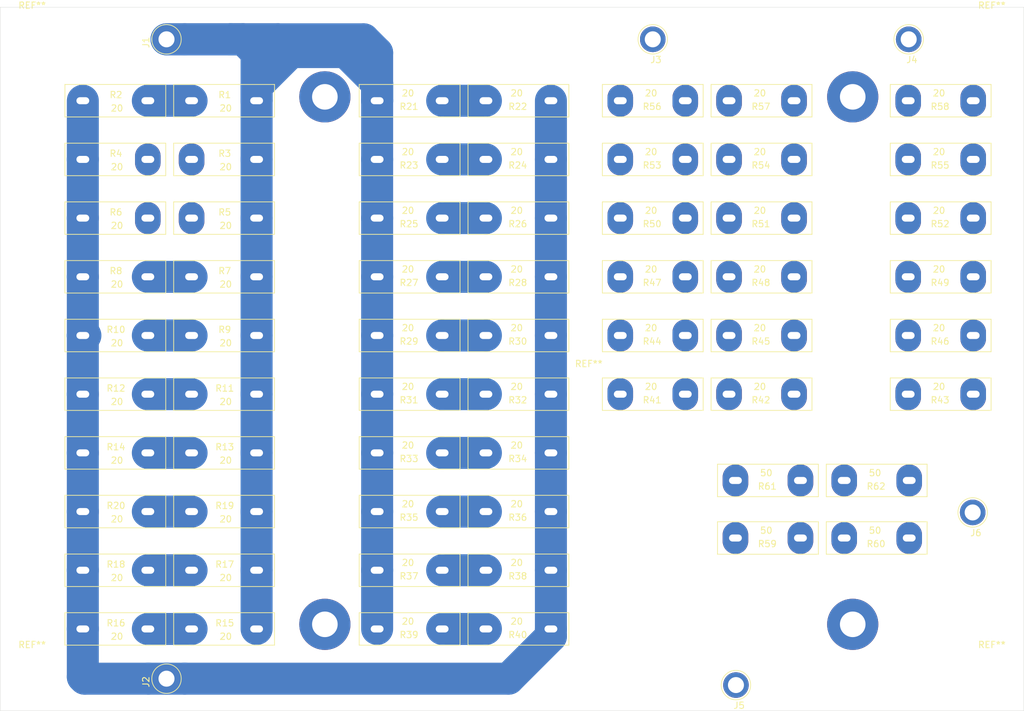
<source format=kicad_pcb>
(kicad_pcb (version 20171130) (host pcbnew "(5.1.0)-1")

  (general
    (thickness 1.6)
    (drawings 4)
    (tracks 78)
    (zones 0)
    (modules 73)
    (nets 41)
  )

  (page A4)
  (layers
    (0 F.Cu signal)
    (31 B.Cu signal)
    (32 B.Adhes user)
    (33 F.Adhes user)
    (34 B.Paste user)
    (35 F.Paste user)
    (36 B.SilkS user)
    (37 F.SilkS user)
    (38 B.Mask user)
    (39 F.Mask user)
    (40 Dwgs.User user)
    (41 Cmts.User user)
    (42 Eco1.User user)
    (43 Eco2.User user)
    (44 Edge.Cuts user)
    (45 Margin user)
    (46 B.CrtYd user)
    (47 F.CrtYd user)
    (48 B.Fab user)
    (49 F.Fab user hide)
  )

  (setup
    (last_trace_width 0.25)
    (trace_clearance 0.2)
    (zone_clearance 0.508)
    (zone_45_only no)
    (trace_min 0.2)
    (via_size 0.8)
    (via_drill 0.4)
    (via_min_size 0.4)
    (via_min_drill 0.3)
    (uvia_size 0.3)
    (uvia_drill 0.1)
    (uvias_allowed no)
    (uvia_min_size 0.2)
    (uvia_min_drill 0.1)
    (edge_width 0.05)
    (segment_width 0.2)
    (pcb_text_width 0.3)
    (pcb_text_size 1.5 1.5)
    (mod_edge_width 0.12)
    (mod_text_size 1 1)
    (mod_text_width 0.15)
    (pad_size 1.524 1.524)
    (pad_drill 0.762)
    (pad_to_mask_clearance 0.051)
    (solder_mask_min_width 0.25)
    (aux_axis_origin 0 0)
    (visible_elements 7FFFFFFF)
    (pcbplotparams
      (layerselection 0x010fc_ffffffff)
      (usegerberextensions false)
      (usegerberattributes false)
      (usegerberadvancedattributes false)
      (creategerberjobfile false)
      (excludeedgelayer true)
      (linewidth 0.100000)
      (plotframeref false)
      (viasonmask false)
      (mode 1)
      (useauxorigin false)
      (hpglpennumber 1)
      (hpglpenspeed 20)
      (hpglpendiameter 15.000000)
      (psnegative false)
      (psa4output false)
      (plotreference true)
      (plotvalue true)
      (plotinvisibletext false)
      (padsonsilk false)
      (subtractmaskfromsilk false)
      (outputformat 1)
      (mirror false)
      (drillshape 1)
      (scaleselection 1)
      (outputdirectory ""))
  )

  (net 0 "")
  (net 1 "Net-(J1-Pad1)")
  (net 2 "Net-(J2-Pad1)")
  (net 3 "Net-(R1-Pad2)")
  (net 4 "Net-(R3-Pad2)")
  (net 5 "Net-(R5-Pad2)")
  (net 6 "Net-(R7-Pad2)")
  (net 7 "Net-(R10-Pad1)")
  (net 8 "Net-(R11-Pad2)")
  (net 9 "Net-(R13-Pad2)")
  (net 10 "Net-(R15-Pad2)")
  (net 11 "Net-(R17-Pad2)")
  (net 12 "Net-(R19-Pad2)")
  (net 13 "Net-(R21-Pad2)")
  (net 14 "Net-(R23-Pad2)")
  (net 15 "Net-(R25-Pad2)")
  (net 16 "Net-(R27-Pad2)")
  (net 17 "Net-(R29-Pad2)")
  (net 18 "Net-(R31-Pad2)")
  (net 19 "Net-(R33-Pad2)")
  (net 20 "Net-(R35-Pad2)")
  (net 21 "Net-(R37-Pad2)")
  (net 22 "Net-(R39-Pad2)")
  (net 23 "Net-(J3-Pad1)")
  (net 24 "Net-(J4-Pad1)")
  (net 25 "Net-(J5-Pad1)")
  (net 26 "Net-(J6-Pad1)")
  (net 27 "Net-(R41-Pad2)")
  (net 28 "Net-(R42-Pad2)")
  (net 29 "Net-(R44-Pad2)")
  (net 30 "Net-(R45-Pad2)")
  (net 31 "Net-(R47-Pad2)")
  (net 32 "Net-(R48-Pad2)")
  (net 33 "Net-(R50-Pad2)")
  (net 34 "Net-(R51-Pad2)")
  (net 35 "Net-(R53-Pad2)")
  (net 36 "Net-(R54-Pad2)")
  (net 37 "Net-(R56-Pad2)")
  (net 38 "Net-(R57-Pad2)")
  (net 39 "Net-(R59-Pad2)")
  (net 40 "Net-(R61-Pad2)")

  (net_class Default "This is the default net class."
    (clearance 0.2)
    (trace_width 0.25)
    (via_dia 0.8)
    (via_drill 0.4)
    (uvia_dia 0.3)
    (uvia_drill 0.1)
  )

  (net_class Power ""
    (clearance 3)
    (trace_width 5)
    (via_dia 0.8)
    (via_drill 0.4)
    (uvia_dia 0.3)
    (uvia_drill 0.1)
    (add_net "Net-(J1-Pad1)")
    (add_net "Net-(J2-Pad1)")
    (add_net "Net-(J3-Pad1)")
    (add_net "Net-(J4-Pad1)")
    (add_net "Net-(J5-Pad1)")
    (add_net "Net-(J6-Pad1)")
    (add_net "Net-(R1-Pad2)")
    (add_net "Net-(R10-Pad1)")
    (add_net "Net-(R11-Pad2)")
    (add_net "Net-(R13-Pad2)")
    (add_net "Net-(R15-Pad2)")
    (add_net "Net-(R17-Pad2)")
    (add_net "Net-(R19-Pad2)")
    (add_net "Net-(R21-Pad2)")
    (add_net "Net-(R23-Pad2)")
    (add_net "Net-(R25-Pad2)")
    (add_net "Net-(R27-Pad2)")
    (add_net "Net-(R29-Pad2)")
    (add_net "Net-(R3-Pad2)")
    (add_net "Net-(R31-Pad2)")
    (add_net "Net-(R33-Pad2)")
    (add_net "Net-(R35-Pad2)")
    (add_net "Net-(R37-Pad2)")
    (add_net "Net-(R39-Pad2)")
    (add_net "Net-(R41-Pad2)")
    (add_net "Net-(R42-Pad2)")
    (add_net "Net-(R44-Pad2)")
    (add_net "Net-(R45-Pad2)")
    (add_net "Net-(R47-Pad2)")
    (add_net "Net-(R48-Pad2)")
    (add_net "Net-(R5-Pad2)")
    (add_net "Net-(R50-Pad2)")
    (add_net "Net-(R51-Pad2)")
    (add_net "Net-(R53-Pad2)")
    (add_net "Net-(R54-Pad2)")
    (add_net "Net-(R56-Pad2)")
    (add_net "Net-(R57-Pad2)")
    (add_net "Net-(R59-Pad2)")
    (add_net "Net-(R61-Pad2)")
    (add_net "Net-(R7-Pad2)")
  )

  (module custom_footprint:Fan_92mm locked (layer F.Cu) (tedit 5CD96DDC) (tstamp 5CDA4467)
    (at 123 90.25)
    (fp_text reference REF** (at 0 0.5) (layer F.SilkS)
      (effects (font (size 1 1) (thickness 0.15)))
    )
    (fp_text value Fan_92mm (at 0 -0.5) (layer F.Fab)
      (effects (font (size 1 1) (thickness 0.15)))
    )
    (fp_circle (center 41.25 -41.25) (end 41.25 -37.25) (layer F.CrtYd) (width 0.12))
    (fp_circle (center 41.25 41.25) (end 37.25 41.25) (layer F.CrtYd) (width 0.12))
    (fp_circle (center -41.25 41.25) (end -41.25 37.25) (layer F.CrtYd) (width 0.12))
    (fp_circle (center -41.25 -41.25) (end -37.25 -41.25) (layer F.CrtYd) (width 0.12))
    (fp_line (start -46 46) (end -46 -46) (layer F.Fab) (width 0.12))
    (fp_line (start 46 46) (end -46 46) (layer F.Fab) (width 0.12))
    (fp_line (start 46 -46) (end 46 46) (layer F.Fab) (width 0.12))
    (fp_line (start -46 -46) (end 46 -46) (layer F.Fab) (width 0.12))
    (pad 1 thru_hole circle (at 41.25 -41.25 270) (size 8 8) (drill 4) (layers *.Cu *.Mask))
    (pad 1 thru_hole circle (at 41.25 41.25 180) (size 8 8) (drill 4) (layers *.Cu *.Mask))
    (pad 1 thru_hole circle (at -41.25 41.25 90) (size 8 8) (drill 4) (layers *.Cu *.Mask))
    (pad 1 thru_hole circle (at -41.25 -41.25) (size 8 8) (drill 4) (layers *.Cu *.Mask))
  )

  (module custom_footprint:LTO100 (layer F.Cu) (tedit 5CD9592E) (tstamp 5CD9F4E6)
    (at 168 109)
    (path /5CDA7F18)
    (fp_text reference R62 (at -0.1 0.92) (layer F.SilkS)
      (effects (font (size 1 1) (thickness 0.15)))
    )
    (fp_text value 50 (at -0.26 -1.18) (layer F.SilkS)
      (effects (font (size 1 1) (thickness 0.15)))
    )
    (fp_line (start -7.88 2.54) (end -7.88 -2.54) (layer F.SilkS) (width 0.12))
    (fp_line (start 7.88 2.54) (end 7.88 -2.54) (layer F.SilkS) (width 0.12))
    (fp_line (start -7.88 -2.54) (end 7.88 -2.54) (layer F.SilkS) (width 0.12))
    (fp_line (start 7.88 2.54) (end -7.88 2.54) (layer F.SilkS) (width 0.12))
    (fp_line (start -7.88 2.54) (end -7.88 -2.54) (layer F.CrtYd) (width 0.12))
    (fp_line (start 7.88 2.54) (end -7.88 2.54) (layer F.CrtYd) (width 0.12))
    (fp_line (start 7.88 2.54) (end 7.88 -2.54) (layer F.CrtYd) (width 0.12))
    (fp_line (start -7.88 -2.54) (end 7.88 -2.54) (layer F.CrtYd) (width 0.12))
    (pad 2 thru_hole oval (at 5.08 0) (size 4 5) (drill oval 2 1.1) (layers *.Cu *.Mask)
      (net 26 "Net-(J6-Pad1)"))
    (pad 1 thru_hole oval (at -5.08 0) (size 4 5) (drill oval 2 1.1) (layers *.Cu *.Mask)
      (net 40 "Net-(R61-Pad2)"))
    (model ${KISYS3DMOD}/Package_TO_SOT_THT.3dshapes/TO-247-2_Vertical.step
      (offset (xyz -5.5 0 0))
      (scale (xyz 1 1 1))
      (rotate (xyz 0 0 0))
    )
  )

  (module custom_footprint:LTO100 (layer F.Cu) (tedit 5CD9592E) (tstamp 5CD9F4CF)
    (at 151 109)
    (path /5CDA796A)
    (fp_text reference R61 (at -0.1 0.92) (layer F.SilkS)
      (effects (font (size 1 1) (thickness 0.15)))
    )
    (fp_text value 50 (at -0.26 -1.18) (layer F.SilkS)
      (effects (font (size 1 1) (thickness 0.15)))
    )
    (fp_line (start -7.88 2.54) (end -7.88 -2.54) (layer F.SilkS) (width 0.12))
    (fp_line (start 7.88 2.54) (end 7.88 -2.54) (layer F.SilkS) (width 0.12))
    (fp_line (start -7.88 -2.54) (end 7.88 -2.54) (layer F.SilkS) (width 0.12))
    (fp_line (start 7.88 2.54) (end -7.88 2.54) (layer F.SilkS) (width 0.12))
    (fp_line (start -7.88 2.54) (end -7.88 -2.54) (layer F.CrtYd) (width 0.12))
    (fp_line (start 7.88 2.54) (end -7.88 2.54) (layer F.CrtYd) (width 0.12))
    (fp_line (start 7.88 2.54) (end 7.88 -2.54) (layer F.CrtYd) (width 0.12))
    (fp_line (start -7.88 -2.54) (end 7.88 -2.54) (layer F.CrtYd) (width 0.12))
    (pad 2 thru_hole oval (at 5.08 0) (size 4 5) (drill oval 2 1.1) (layers *.Cu *.Mask)
      (net 40 "Net-(R61-Pad2)"))
    (pad 1 thru_hole oval (at -5.08 0) (size 4 5) (drill oval 2 1.1) (layers *.Cu *.Mask)
      (net 25 "Net-(J5-Pad1)"))
    (model ${KISYS3DMOD}/Package_TO_SOT_THT.3dshapes/TO-247-2_Vertical.step
      (offset (xyz -5.5 0 0))
      (scale (xyz 1 1 1))
      (rotate (xyz 0 0 0))
    )
  )

  (module custom_footprint:LTO100 (layer F.Cu) (tedit 5CD9592E) (tstamp 5CD9F4B8)
    (at 168 118)
    (path /5CDA7BB2)
    (fp_text reference R60 (at -0.1 0.92) (layer F.SilkS)
      (effects (font (size 1 1) (thickness 0.15)))
    )
    (fp_text value 50 (at -0.26 -1.18) (layer F.SilkS)
      (effects (font (size 1 1) (thickness 0.15)))
    )
    (fp_line (start -7.88 2.54) (end -7.88 -2.54) (layer F.SilkS) (width 0.12))
    (fp_line (start 7.88 2.54) (end 7.88 -2.54) (layer F.SilkS) (width 0.12))
    (fp_line (start -7.88 -2.54) (end 7.88 -2.54) (layer F.SilkS) (width 0.12))
    (fp_line (start 7.88 2.54) (end -7.88 2.54) (layer F.SilkS) (width 0.12))
    (fp_line (start -7.88 2.54) (end -7.88 -2.54) (layer F.CrtYd) (width 0.12))
    (fp_line (start 7.88 2.54) (end -7.88 2.54) (layer F.CrtYd) (width 0.12))
    (fp_line (start 7.88 2.54) (end 7.88 -2.54) (layer F.CrtYd) (width 0.12))
    (fp_line (start -7.88 -2.54) (end 7.88 -2.54) (layer F.CrtYd) (width 0.12))
    (pad 2 thru_hole oval (at 5.08 0) (size 4 5) (drill oval 2 1.1) (layers *.Cu *.Mask)
      (net 26 "Net-(J6-Pad1)"))
    (pad 1 thru_hole oval (at -5.08 0) (size 4 5) (drill oval 2 1.1) (layers *.Cu *.Mask)
      (net 39 "Net-(R59-Pad2)"))
    (model ${KISYS3DMOD}/Package_TO_SOT_THT.3dshapes/TO-247-2_Vertical.step
      (offset (xyz -5.5 0 0))
      (scale (xyz 1 1 1))
      (rotate (xyz 0 0 0))
    )
  )

  (module custom_footprint:LTO100 (layer F.Cu) (tedit 5CD9592E) (tstamp 5CD9F4A1)
    (at 151 118)
    (path /5CDA70BD)
    (fp_text reference R59 (at -0.1 0.92) (layer F.SilkS)
      (effects (font (size 1 1) (thickness 0.15)))
    )
    (fp_text value 50 (at -0.26 -1.18) (layer F.SilkS)
      (effects (font (size 1 1) (thickness 0.15)))
    )
    (fp_line (start -7.88 2.54) (end -7.88 -2.54) (layer F.SilkS) (width 0.12))
    (fp_line (start 7.88 2.54) (end 7.88 -2.54) (layer F.SilkS) (width 0.12))
    (fp_line (start -7.88 -2.54) (end 7.88 -2.54) (layer F.SilkS) (width 0.12))
    (fp_line (start 7.88 2.54) (end -7.88 2.54) (layer F.SilkS) (width 0.12))
    (fp_line (start -7.88 2.54) (end -7.88 -2.54) (layer F.CrtYd) (width 0.12))
    (fp_line (start 7.88 2.54) (end -7.88 2.54) (layer F.CrtYd) (width 0.12))
    (fp_line (start 7.88 2.54) (end 7.88 -2.54) (layer F.CrtYd) (width 0.12))
    (fp_line (start -7.88 -2.54) (end 7.88 -2.54) (layer F.CrtYd) (width 0.12))
    (pad 2 thru_hole oval (at 5.08 0) (size 4 5) (drill oval 2 1.1) (layers *.Cu *.Mask)
      (net 39 "Net-(R59-Pad2)"))
    (pad 1 thru_hole oval (at -5.08 0) (size 4 5) (drill oval 2 1.1) (layers *.Cu *.Mask)
      (net 25 "Net-(J5-Pad1)"))
    (model ${KISYS3DMOD}/Package_TO_SOT_THT.3dshapes/TO-247-2_Vertical.step
      (offset (xyz -5.5 0 0))
      (scale (xyz 1 1 1))
      (rotate (xyz 0 0 0))
    )
  )

  (module custom_footprint:LTO100 (layer F.Cu) (tedit 5CD9592E) (tstamp 5CD9F48A)
    (at 178 49.604721)
    (path /5CDB5737)
    (fp_text reference R58 (at -0.1 0.92) (layer F.SilkS)
      (effects (font (size 1 1) (thickness 0.15)))
    )
    (fp_text value 20 (at -0.26 -1.18) (layer F.SilkS)
      (effects (font (size 1 1) (thickness 0.15)))
    )
    (fp_line (start -7.88 2.54) (end -7.88 -2.54) (layer F.SilkS) (width 0.12))
    (fp_line (start 7.88 2.54) (end 7.88 -2.54) (layer F.SilkS) (width 0.12))
    (fp_line (start -7.88 -2.54) (end 7.88 -2.54) (layer F.SilkS) (width 0.12))
    (fp_line (start 7.88 2.54) (end -7.88 2.54) (layer F.SilkS) (width 0.12))
    (fp_line (start -7.88 2.54) (end -7.88 -2.54) (layer F.CrtYd) (width 0.12))
    (fp_line (start 7.88 2.54) (end -7.88 2.54) (layer F.CrtYd) (width 0.12))
    (fp_line (start 7.88 2.54) (end 7.88 -2.54) (layer F.CrtYd) (width 0.12))
    (fp_line (start -7.88 -2.54) (end 7.88 -2.54) (layer F.CrtYd) (width 0.12))
    (pad 2 thru_hole oval (at 5.08 0) (size 4 5) (drill oval 2 1.1) (layers *.Cu *.Mask)
      (net 24 "Net-(J4-Pad1)"))
    (pad 1 thru_hole oval (at -5.08 0) (size 4 5) (drill oval 2 1.1) (layers *.Cu *.Mask)
      (net 38 "Net-(R57-Pad2)"))
    (model ${KISYS3DMOD}/Package_TO_SOT_THT.3dshapes/TO-247-2_Vertical.step
      (offset (xyz -5.5 0 0))
      (scale (xyz 1 1 1))
      (rotate (xyz 0 0 0))
    )
  )

  (module custom_footprint:LTO100 (layer F.Cu) (tedit 5CD9592E) (tstamp 5CD9F473)
    (at 150 49.604721)
    (path /5CDB5731)
    (fp_text reference R57 (at -0.1 0.92) (layer F.SilkS)
      (effects (font (size 1 1) (thickness 0.15)))
    )
    (fp_text value 20 (at -0.26 -1.18) (layer F.SilkS)
      (effects (font (size 1 1) (thickness 0.15)))
    )
    (fp_line (start -7.88 2.54) (end -7.88 -2.54) (layer F.SilkS) (width 0.12))
    (fp_line (start 7.88 2.54) (end 7.88 -2.54) (layer F.SilkS) (width 0.12))
    (fp_line (start -7.88 -2.54) (end 7.88 -2.54) (layer F.SilkS) (width 0.12))
    (fp_line (start 7.88 2.54) (end -7.88 2.54) (layer F.SilkS) (width 0.12))
    (fp_line (start -7.88 2.54) (end -7.88 -2.54) (layer F.CrtYd) (width 0.12))
    (fp_line (start 7.88 2.54) (end -7.88 2.54) (layer F.CrtYd) (width 0.12))
    (fp_line (start 7.88 2.54) (end 7.88 -2.54) (layer F.CrtYd) (width 0.12))
    (fp_line (start -7.88 -2.54) (end 7.88 -2.54) (layer F.CrtYd) (width 0.12))
    (pad 2 thru_hole oval (at 5.08 0) (size 4 5) (drill oval 2 1.1) (layers *.Cu *.Mask)
      (net 38 "Net-(R57-Pad2)"))
    (pad 1 thru_hole oval (at -5.08 0) (size 4 5) (drill oval 2 1.1) (layers *.Cu *.Mask)
      (net 37 "Net-(R56-Pad2)"))
    (model ${KISYS3DMOD}/Package_TO_SOT_THT.3dshapes/TO-247-2_Vertical.step
      (offset (xyz -5.5 0 0))
      (scale (xyz 1 1 1))
      (rotate (xyz 0 0 0))
    )
  )

  (module custom_footprint:LTO100 (layer F.Cu) (tedit 5CD9592E) (tstamp 5CD9F45C)
    (at 133 49.604721)
    (path /5CDB572B)
    (fp_text reference R56 (at -0.1 0.92) (layer F.SilkS)
      (effects (font (size 1 1) (thickness 0.15)))
    )
    (fp_text value 20 (at -0.26 -1.18) (layer F.SilkS)
      (effects (font (size 1 1) (thickness 0.15)))
    )
    (fp_line (start -7.88 2.54) (end -7.88 -2.54) (layer F.SilkS) (width 0.12))
    (fp_line (start 7.88 2.54) (end 7.88 -2.54) (layer F.SilkS) (width 0.12))
    (fp_line (start -7.88 -2.54) (end 7.88 -2.54) (layer F.SilkS) (width 0.12))
    (fp_line (start 7.88 2.54) (end -7.88 2.54) (layer F.SilkS) (width 0.12))
    (fp_line (start -7.88 2.54) (end -7.88 -2.54) (layer F.CrtYd) (width 0.12))
    (fp_line (start 7.88 2.54) (end -7.88 2.54) (layer F.CrtYd) (width 0.12))
    (fp_line (start 7.88 2.54) (end 7.88 -2.54) (layer F.CrtYd) (width 0.12))
    (fp_line (start -7.88 -2.54) (end 7.88 -2.54) (layer F.CrtYd) (width 0.12))
    (pad 2 thru_hole oval (at 5.08 0) (size 4 5) (drill oval 2 1.1) (layers *.Cu *.Mask)
      (net 37 "Net-(R56-Pad2)"))
    (pad 1 thru_hole oval (at -5.08 0) (size 4 5) (drill oval 2 1.1) (layers *.Cu *.Mask)
      (net 23 "Net-(J3-Pad1)"))
    (model ${KISYS3DMOD}/Package_TO_SOT_THT.3dshapes/TO-247-2_Vertical.step
      (offset (xyz -5.5 0 0))
      (scale (xyz 1 1 1))
      (rotate (xyz 0 0 0))
    )
  )

  (module custom_footprint:LTO100 (layer F.Cu) (tedit 5CD9592E) (tstamp 5CD9F445)
    (at 178 58.784442)
    (path /5CDB5723)
    (fp_text reference R55 (at -0.1 0.92) (layer F.SilkS)
      (effects (font (size 1 1) (thickness 0.15)))
    )
    (fp_text value 20 (at -0.26 -1.18) (layer F.SilkS)
      (effects (font (size 1 1) (thickness 0.15)))
    )
    (fp_line (start -7.88 2.54) (end -7.88 -2.54) (layer F.SilkS) (width 0.12))
    (fp_line (start 7.88 2.54) (end 7.88 -2.54) (layer F.SilkS) (width 0.12))
    (fp_line (start -7.88 -2.54) (end 7.88 -2.54) (layer F.SilkS) (width 0.12))
    (fp_line (start 7.88 2.54) (end -7.88 2.54) (layer F.SilkS) (width 0.12))
    (fp_line (start -7.88 2.54) (end -7.88 -2.54) (layer F.CrtYd) (width 0.12))
    (fp_line (start 7.88 2.54) (end -7.88 2.54) (layer F.CrtYd) (width 0.12))
    (fp_line (start 7.88 2.54) (end 7.88 -2.54) (layer F.CrtYd) (width 0.12))
    (fp_line (start -7.88 -2.54) (end 7.88 -2.54) (layer F.CrtYd) (width 0.12))
    (pad 2 thru_hole oval (at 5.08 0) (size 4 5) (drill oval 2 1.1) (layers *.Cu *.Mask)
      (net 24 "Net-(J4-Pad1)"))
    (pad 1 thru_hole oval (at -5.08 0) (size 4 5) (drill oval 2 1.1) (layers *.Cu *.Mask)
      (net 36 "Net-(R54-Pad2)"))
    (model ${KISYS3DMOD}/Package_TO_SOT_THT.3dshapes/TO-247-2_Vertical.step
      (offset (xyz -5.5 0 0))
      (scale (xyz 1 1 1))
      (rotate (xyz 0 0 0))
    )
  )

  (module custom_footprint:LTO100 (layer F.Cu) (tedit 5CD9592E) (tstamp 5CD9F42E)
    (at 150 58.784442)
    (path /5CDB571D)
    (fp_text reference R54 (at -0.1 0.92) (layer F.SilkS)
      (effects (font (size 1 1) (thickness 0.15)))
    )
    (fp_text value 20 (at -0.26 -1.18) (layer F.SilkS)
      (effects (font (size 1 1) (thickness 0.15)))
    )
    (fp_line (start -7.88 2.54) (end -7.88 -2.54) (layer F.SilkS) (width 0.12))
    (fp_line (start 7.88 2.54) (end 7.88 -2.54) (layer F.SilkS) (width 0.12))
    (fp_line (start -7.88 -2.54) (end 7.88 -2.54) (layer F.SilkS) (width 0.12))
    (fp_line (start 7.88 2.54) (end -7.88 2.54) (layer F.SilkS) (width 0.12))
    (fp_line (start -7.88 2.54) (end -7.88 -2.54) (layer F.CrtYd) (width 0.12))
    (fp_line (start 7.88 2.54) (end -7.88 2.54) (layer F.CrtYd) (width 0.12))
    (fp_line (start 7.88 2.54) (end 7.88 -2.54) (layer F.CrtYd) (width 0.12))
    (fp_line (start -7.88 -2.54) (end 7.88 -2.54) (layer F.CrtYd) (width 0.12))
    (pad 2 thru_hole oval (at 5.08 0) (size 4 5) (drill oval 2 1.1) (layers *.Cu *.Mask)
      (net 36 "Net-(R54-Pad2)"))
    (pad 1 thru_hole oval (at -5.08 0) (size 4 5) (drill oval 2 1.1) (layers *.Cu *.Mask)
      (net 35 "Net-(R53-Pad2)"))
    (model ${KISYS3DMOD}/Package_TO_SOT_THT.3dshapes/TO-247-2_Vertical.step
      (offset (xyz -5.5 0 0))
      (scale (xyz 1 1 1))
      (rotate (xyz 0 0 0))
    )
  )

  (module custom_footprint:LTO100 (layer F.Cu) (tedit 5CD9592E) (tstamp 5CD9F417)
    (at 133 58.784442)
    (path /5CDB5717)
    (fp_text reference R53 (at -0.1 0.92) (layer F.SilkS)
      (effects (font (size 1 1) (thickness 0.15)))
    )
    (fp_text value 20 (at -0.26 -1.18) (layer F.SilkS)
      (effects (font (size 1 1) (thickness 0.15)))
    )
    (fp_line (start -7.88 2.54) (end -7.88 -2.54) (layer F.SilkS) (width 0.12))
    (fp_line (start 7.88 2.54) (end 7.88 -2.54) (layer F.SilkS) (width 0.12))
    (fp_line (start -7.88 -2.54) (end 7.88 -2.54) (layer F.SilkS) (width 0.12))
    (fp_line (start 7.88 2.54) (end -7.88 2.54) (layer F.SilkS) (width 0.12))
    (fp_line (start -7.88 2.54) (end -7.88 -2.54) (layer F.CrtYd) (width 0.12))
    (fp_line (start 7.88 2.54) (end -7.88 2.54) (layer F.CrtYd) (width 0.12))
    (fp_line (start 7.88 2.54) (end 7.88 -2.54) (layer F.CrtYd) (width 0.12))
    (fp_line (start -7.88 -2.54) (end 7.88 -2.54) (layer F.CrtYd) (width 0.12))
    (pad 2 thru_hole oval (at 5.08 0) (size 4 5) (drill oval 2 1.1) (layers *.Cu *.Mask)
      (net 35 "Net-(R53-Pad2)"))
    (pad 1 thru_hole oval (at -5.08 0) (size 4 5) (drill oval 2 1.1) (layers *.Cu *.Mask)
      (net 23 "Net-(J3-Pad1)"))
    (model ${KISYS3DMOD}/Package_TO_SOT_THT.3dshapes/TO-247-2_Vertical.step
      (offset (xyz -5.5 0 0))
      (scale (xyz 1 1 1))
      (rotate (xyz 0 0 0))
    )
  )

  (module custom_footprint:LTO100 (layer F.Cu) (tedit 5CD9592E) (tstamp 5CD9F400)
    (at 178 67.964163)
    (path /5CDAE460)
    (fp_text reference R52 (at -0.1 0.92) (layer F.SilkS)
      (effects (font (size 1 1) (thickness 0.15)))
    )
    (fp_text value 20 (at -0.26 -1.18) (layer F.SilkS)
      (effects (font (size 1 1) (thickness 0.15)))
    )
    (fp_line (start -7.88 2.54) (end -7.88 -2.54) (layer F.SilkS) (width 0.12))
    (fp_line (start 7.88 2.54) (end 7.88 -2.54) (layer F.SilkS) (width 0.12))
    (fp_line (start -7.88 -2.54) (end 7.88 -2.54) (layer F.SilkS) (width 0.12))
    (fp_line (start 7.88 2.54) (end -7.88 2.54) (layer F.SilkS) (width 0.12))
    (fp_line (start -7.88 2.54) (end -7.88 -2.54) (layer F.CrtYd) (width 0.12))
    (fp_line (start 7.88 2.54) (end -7.88 2.54) (layer F.CrtYd) (width 0.12))
    (fp_line (start 7.88 2.54) (end 7.88 -2.54) (layer F.CrtYd) (width 0.12))
    (fp_line (start -7.88 -2.54) (end 7.88 -2.54) (layer F.CrtYd) (width 0.12))
    (pad 2 thru_hole oval (at 5.08 0) (size 4 5) (drill oval 2 1.1) (layers *.Cu *.Mask)
      (net 24 "Net-(J4-Pad1)"))
    (pad 1 thru_hole oval (at -5.08 0) (size 4 5) (drill oval 2 1.1) (layers *.Cu *.Mask)
      (net 34 "Net-(R51-Pad2)"))
    (model ${KISYS3DMOD}/Package_TO_SOT_THT.3dshapes/TO-247-2_Vertical.step
      (offset (xyz -5.5 0 0))
      (scale (xyz 1 1 1))
      (rotate (xyz 0 0 0))
    )
  )

  (module custom_footprint:LTO100 (layer F.Cu) (tedit 5CD9592E) (tstamp 5CD9F3E9)
    (at 150 67.964163)
    (path /5CDAE45A)
    (fp_text reference R51 (at -0.1 0.92) (layer F.SilkS)
      (effects (font (size 1 1) (thickness 0.15)))
    )
    (fp_text value 20 (at -0.26 -1.18) (layer F.SilkS)
      (effects (font (size 1 1) (thickness 0.15)))
    )
    (fp_line (start -7.88 2.54) (end -7.88 -2.54) (layer F.SilkS) (width 0.12))
    (fp_line (start 7.88 2.54) (end 7.88 -2.54) (layer F.SilkS) (width 0.12))
    (fp_line (start -7.88 -2.54) (end 7.88 -2.54) (layer F.SilkS) (width 0.12))
    (fp_line (start 7.88 2.54) (end -7.88 2.54) (layer F.SilkS) (width 0.12))
    (fp_line (start -7.88 2.54) (end -7.88 -2.54) (layer F.CrtYd) (width 0.12))
    (fp_line (start 7.88 2.54) (end -7.88 2.54) (layer F.CrtYd) (width 0.12))
    (fp_line (start 7.88 2.54) (end 7.88 -2.54) (layer F.CrtYd) (width 0.12))
    (fp_line (start -7.88 -2.54) (end 7.88 -2.54) (layer F.CrtYd) (width 0.12))
    (pad 2 thru_hole oval (at 5.08 0) (size 4 5) (drill oval 2 1.1) (layers *.Cu *.Mask)
      (net 34 "Net-(R51-Pad2)"))
    (pad 1 thru_hole oval (at -5.08 0) (size 4 5) (drill oval 2 1.1) (layers *.Cu *.Mask)
      (net 33 "Net-(R50-Pad2)"))
    (model ${KISYS3DMOD}/Package_TO_SOT_THT.3dshapes/TO-247-2_Vertical.step
      (offset (xyz -5.5 0 0))
      (scale (xyz 1 1 1))
      (rotate (xyz 0 0 0))
    )
  )

  (module custom_footprint:LTO100 (layer F.Cu) (tedit 5CD9592E) (tstamp 5CDA07B6)
    (at 133 67.964163)
    (path /5CDAE454)
    (fp_text reference R50 (at -0.1 0.92) (layer F.SilkS)
      (effects (font (size 1 1) (thickness 0.15)))
    )
    (fp_text value 20 (at -0.26 -1.18) (layer F.SilkS)
      (effects (font (size 1 1) (thickness 0.15)))
    )
    (fp_line (start -7.88 2.54) (end -7.88 -2.54) (layer F.SilkS) (width 0.12))
    (fp_line (start 7.88 2.54) (end 7.88 -2.54) (layer F.SilkS) (width 0.12))
    (fp_line (start -7.88 -2.54) (end 7.88 -2.54) (layer F.SilkS) (width 0.12))
    (fp_line (start 7.88 2.54) (end -7.88 2.54) (layer F.SilkS) (width 0.12))
    (fp_line (start -7.88 2.54) (end -7.88 -2.54) (layer F.CrtYd) (width 0.12))
    (fp_line (start 7.88 2.54) (end -7.88 2.54) (layer F.CrtYd) (width 0.12))
    (fp_line (start 7.88 2.54) (end 7.88 -2.54) (layer F.CrtYd) (width 0.12))
    (fp_line (start -7.88 -2.54) (end 7.88 -2.54) (layer F.CrtYd) (width 0.12))
    (pad 2 thru_hole oval (at 5.08 0) (size 4 5) (drill oval 2 1.1) (layers *.Cu *.Mask)
      (net 33 "Net-(R50-Pad2)"))
    (pad 1 thru_hole oval (at -5.08 0) (size 4 5) (drill oval 2 1.1) (layers *.Cu *.Mask)
      (net 23 "Net-(J3-Pad1)"))
    (model ${KISYS3DMOD}/Package_TO_SOT_THT.3dshapes/TO-247-2_Vertical.step
      (offset (xyz -5.5 0 0))
      (scale (xyz 1 1 1))
      (rotate (xyz 0 0 0))
    )
  )

  (module custom_footprint:LTO100 (layer F.Cu) (tedit 5CD9592E) (tstamp 5CD9F3BB)
    (at 178 77.143884)
    (path /5CDAE44C)
    (fp_text reference R49 (at -0.1 0.92) (layer F.SilkS)
      (effects (font (size 1 1) (thickness 0.15)))
    )
    (fp_text value 20 (at -0.26 -1.18) (layer F.SilkS)
      (effects (font (size 1 1) (thickness 0.15)))
    )
    (fp_line (start -7.88 2.54) (end -7.88 -2.54) (layer F.SilkS) (width 0.12))
    (fp_line (start 7.88 2.54) (end 7.88 -2.54) (layer F.SilkS) (width 0.12))
    (fp_line (start -7.88 -2.54) (end 7.88 -2.54) (layer F.SilkS) (width 0.12))
    (fp_line (start 7.88 2.54) (end -7.88 2.54) (layer F.SilkS) (width 0.12))
    (fp_line (start -7.88 2.54) (end -7.88 -2.54) (layer F.CrtYd) (width 0.12))
    (fp_line (start 7.88 2.54) (end -7.88 2.54) (layer F.CrtYd) (width 0.12))
    (fp_line (start 7.88 2.54) (end 7.88 -2.54) (layer F.CrtYd) (width 0.12))
    (fp_line (start -7.88 -2.54) (end 7.88 -2.54) (layer F.CrtYd) (width 0.12))
    (pad 2 thru_hole oval (at 5.08 0) (size 4 5) (drill oval 2 1.1) (layers *.Cu *.Mask)
      (net 24 "Net-(J4-Pad1)"))
    (pad 1 thru_hole oval (at -5.08 0) (size 4 5) (drill oval 2 1.1) (layers *.Cu *.Mask)
      (net 32 "Net-(R48-Pad2)"))
    (model ${KISYS3DMOD}/Package_TO_SOT_THT.3dshapes/TO-247-2_Vertical.step
      (offset (xyz -5.5 0 0))
      (scale (xyz 1 1 1))
      (rotate (xyz 0 0 0))
    )
  )

  (module custom_footprint:LTO100 (layer F.Cu) (tedit 5CD9592E) (tstamp 5CD9F3A4)
    (at 150 77.143884)
    (path /5CDAE446)
    (fp_text reference R48 (at -0.1 0.92) (layer F.SilkS)
      (effects (font (size 1 1) (thickness 0.15)))
    )
    (fp_text value 20 (at -0.26 -1.18) (layer F.SilkS)
      (effects (font (size 1 1) (thickness 0.15)))
    )
    (fp_line (start -7.88 2.54) (end -7.88 -2.54) (layer F.SilkS) (width 0.12))
    (fp_line (start 7.88 2.54) (end 7.88 -2.54) (layer F.SilkS) (width 0.12))
    (fp_line (start -7.88 -2.54) (end 7.88 -2.54) (layer F.SilkS) (width 0.12))
    (fp_line (start 7.88 2.54) (end -7.88 2.54) (layer F.SilkS) (width 0.12))
    (fp_line (start -7.88 2.54) (end -7.88 -2.54) (layer F.CrtYd) (width 0.12))
    (fp_line (start 7.88 2.54) (end -7.88 2.54) (layer F.CrtYd) (width 0.12))
    (fp_line (start 7.88 2.54) (end 7.88 -2.54) (layer F.CrtYd) (width 0.12))
    (fp_line (start -7.88 -2.54) (end 7.88 -2.54) (layer F.CrtYd) (width 0.12))
    (pad 2 thru_hole oval (at 5.08 0) (size 4 5) (drill oval 2 1.1) (layers *.Cu *.Mask)
      (net 32 "Net-(R48-Pad2)"))
    (pad 1 thru_hole oval (at -5.08 0) (size 4 5) (drill oval 2 1.1) (layers *.Cu *.Mask)
      (net 31 "Net-(R47-Pad2)"))
    (model ${KISYS3DMOD}/Package_TO_SOT_THT.3dshapes/TO-247-2_Vertical.step
      (offset (xyz -5.5 0 0))
      (scale (xyz 1 1 1))
      (rotate (xyz 0 0 0))
    )
  )

  (module custom_footprint:LTO100 (layer F.Cu) (tedit 5CD9592E) (tstamp 5CD9F38D)
    (at 133 77.143884)
    (path /5CDAE440)
    (fp_text reference R47 (at -0.1 0.92) (layer F.SilkS)
      (effects (font (size 1 1) (thickness 0.15)))
    )
    (fp_text value 20 (at -0.26 -1.18) (layer F.SilkS)
      (effects (font (size 1 1) (thickness 0.15)))
    )
    (fp_line (start -7.88 2.54) (end -7.88 -2.54) (layer F.SilkS) (width 0.12))
    (fp_line (start 7.88 2.54) (end 7.88 -2.54) (layer F.SilkS) (width 0.12))
    (fp_line (start -7.88 -2.54) (end 7.88 -2.54) (layer F.SilkS) (width 0.12))
    (fp_line (start 7.88 2.54) (end -7.88 2.54) (layer F.SilkS) (width 0.12))
    (fp_line (start -7.88 2.54) (end -7.88 -2.54) (layer F.CrtYd) (width 0.12))
    (fp_line (start 7.88 2.54) (end -7.88 2.54) (layer F.CrtYd) (width 0.12))
    (fp_line (start 7.88 2.54) (end 7.88 -2.54) (layer F.CrtYd) (width 0.12))
    (fp_line (start -7.88 -2.54) (end 7.88 -2.54) (layer F.CrtYd) (width 0.12))
    (pad 2 thru_hole oval (at 5.08 0) (size 4 5) (drill oval 2 1.1) (layers *.Cu *.Mask)
      (net 31 "Net-(R47-Pad2)"))
    (pad 1 thru_hole oval (at -5.08 0) (size 4 5) (drill oval 2 1.1) (layers *.Cu *.Mask)
      (net 23 "Net-(J3-Pad1)"))
    (model ${KISYS3DMOD}/Package_TO_SOT_THT.3dshapes/TO-247-2_Vertical.step
      (offset (xyz -5.5 0 0))
      (scale (xyz 1 1 1))
      (rotate (xyz 0 0 0))
    )
  )

  (module custom_footprint:LTO100 (layer F.Cu) (tedit 5CD9592E) (tstamp 5CD9F376)
    (at 178 86.323605)
    (path /5CDAA569)
    (fp_text reference R46 (at -0.1 0.92) (layer F.SilkS)
      (effects (font (size 1 1) (thickness 0.15)))
    )
    (fp_text value 20 (at -0.26 -1.18) (layer F.SilkS)
      (effects (font (size 1 1) (thickness 0.15)))
    )
    (fp_line (start -7.88 2.54) (end -7.88 -2.54) (layer F.SilkS) (width 0.12))
    (fp_line (start 7.88 2.54) (end 7.88 -2.54) (layer F.SilkS) (width 0.12))
    (fp_line (start -7.88 -2.54) (end 7.88 -2.54) (layer F.SilkS) (width 0.12))
    (fp_line (start 7.88 2.54) (end -7.88 2.54) (layer F.SilkS) (width 0.12))
    (fp_line (start -7.88 2.54) (end -7.88 -2.54) (layer F.CrtYd) (width 0.12))
    (fp_line (start 7.88 2.54) (end -7.88 2.54) (layer F.CrtYd) (width 0.12))
    (fp_line (start 7.88 2.54) (end 7.88 -2.54) (layer F.CrtYd) (width 0.12))
    (fp_line (start -7.88 -2.54) (end 7.88 -2.54) (layer F.CrtYd) (width 0.12))
    (pad 2 thru_hole oval (at 5.08 0) (size 4 5) (drill oval 2 1.1) (layers *.Cu *.Mask)
      (net 24 "Net-(J4-Pad1)"))
    (pad 1 thru_hole oval (at -5.08 0) (size 4 5) (drill oval 2 1.1) (layers *.Cu *.Mask)
      (net 30 "Net-(R45-Pad2)"))
    (model ${KISYS3DMOD}/Package_TO_SOT_THT.3dshapes/TO-247-2_Vertical.step
      (offset (xyz -5.5 0 0))
      (scale (xyz 1 1 1))
      (rotate (xyz 0 0 0))
    )
  )

  (module custom_footprint:LTO100 (layer F.Cu) (tedit 5CD9592E) (tstamp 5CD9F35F)
    (at 150 86.323605)
    (path /5CDAA563)
    (fp_text reference R45 (at -0.1 0.92) (layer F.SilkS)
      (effects (font (size 1 1) (thickness 0.15)))
    )
    (fp_text value 20 (at -0.26 -1.18) (layer F.SilkS)
      (effects (font (size 1 1) (thickness 0.15)))
    )
    (fp_line (start -7.88 2.54) (end -7.88 -2.54) (layer F.SilkS) (width 0.12))
    (fp_line (start 7.88 2.54) (end 7.88 -2.54) (layer F.SilkS) (width 0.12))
    (fp_line (start -7.88 -2.54) (end 7.88 -2.54) (layer F.SilkS) (width 0.12))
    (fp_line (start 7.88 2.54) (end -7.88 2.54) (layer F.SilkS) (width 0.12))
    (fp_line (start -7.88 2.54) (end -7.88 -2.54) (layer F.CrtYd) (width 0.12))
    (fp_line (start 7.88 2.54) (end -7.88 2.54) (layer F.CrtYd) (width 0.12))
    (fp_line (start 7.88 2.54) (end 7.88 -2.54) (layer F.CrtYd) (width 0.12))
    (fp_line (start -7.88 -2.54) (end 7.88 -2.54) (layer F.CrtYd) (width 0.12))
    (pad 2 thru_hole oval (at 5.08 0) (size 4 5) (drill oval 2 1.1) (layers *.Cu *.Mask)
      (net 30 "Net-(R45-Pad2)"))
    (pad 1 thru_hole oval (at -5.08 0) (size 4 5) (drill oval 2 1.1) (layers *.Cu *.Mask)
      (net 29 "Net-(R44-Pad2)"))
    (model ${KISYS3DMOD}/Package_TO_SOT_THT.3dshapes/TO-247-2_Vertical.step
      (offset (xyz -5.5 0 0))
      (scale (xyz 1 1 1))
      (rotate (xyz 0 0 0))
    )
  )

  (module custom_footprint:LTO100 (layer F.Cu) (tedit 5CD9592E) (tstamp 5CD9F348)
    (at 133 86.323605)
    (path /5CDAA55D)
    (fp_text reference R44 (at -0.1 0.92) (layer F.SilkS)
      (effects (font (size 1 1) (thickness 0.15)))
    )
    (fp_text value 20 (at -0.26 -1.18) (layer F.SilkS)
      (effects (font (size 1 1) (thickness 0.15)))
    )
    (fp_line (start -7.88 2.54) (end -7.88 -2.54) (layer F.SilkS) (width 0.12))
    (fp_line (start 7.88 2.54) (end 7.88 -2.54) (layer F.SilkS) (width 0.12))
    (fp_line (start -7.88 -2.54) (end 7.88 -2.54) (layer F.SilkS) (width 0.12))
    (fp_line (start 7.88 2.54) (end -7.88 2.54) (layer F.SilkS) (width 0.12))
    (fp_line (start -7.88 2.54) (end -7.88 -2.54) (layer F.CrtYd) (width 0.12))
    (fp_line (start 7.88 2.54) (end -7.88 2.54) (layer F.CrtYd) (width 0.12))
    (fp_line (start 7.88 2.54) (end 7.88 -2.54) (layer F.CrtYd) (width 0.12))
    (fp_line (start -7.88 -2.54) (end 7.88 -2.54) (layer F.CrtYd) (width 0.12))
    (pad 2 thru_hole oval (at 5.08 0) (size 4 5) (drill oval 2 1.1) (layers *.Cu *.Mask)
      (net 29 "Net-(R44-Pad2)"))
    (pad 1 thru_hole oval (at -5.08 0) (size 4 5) (drill oval 2 1.1) (layers *.Cu *.Mask)
      (net 23 "Net-(J3-Pad1)"))
    (model ${KISYS3DMOD}/Package_TO_SOT_THT.3dshapes/TO-247-2_Vertical.step
      (offset (xyz -5.5 0 0))
      (scale (xyz 1 1 1))
      (rotate (xyz 0 0 0))
    )
  )

  (module custom_footprint:LTO100 (layer F.Cu) (tedit 5CD9592E) (tstamp 5CD9F331)
    (at 178 95.503326)
    (path /5CDA8BA6)
    (fp_text reference R43 (at -0.1 0.92) (layer F.SilkS)
      (effects (font (size 1 1) (thickness 0.15)))
    )
    (fp_text value 20 (at -0.26 -1.18) (layer F.SilkS)
      (effects (font (size 1 1) (thickness 0.15)))
    )
    (fp_line (start -7.88 2.54) (end -7.88 -2.54) (layer F.SilkS) (width 0.12))
    (fp_line (start 7.88 2.54) (end 7.88 -2.54) (layer F.SilkS) (width 0.12))
    (fp_line (start -7.88 -2.54) (end 7.88 -2.54) (layer F.SilkS) (width 0.12))
    (fp_line (start 7.88 2.54) (end -7.88 2.54) (layer F.SilkS) (width 0.12))
    (fp_line (start -7.88 2.54) (end -7.88 -2.54) (layer F.CrtYd) (width 0.12))
    (fp_line (start 7.88 2.54) (end -7.88 2.54) (layer F.CrtYd) (width 0.12))
    (fp_line (start 7.88 2.54) (end 7.88 -2.54) (layer F.CrtYd) (width 0.12))
    (fp_line (start -7.88 -2.54) (end 7.88 -2.54) (layer F.CrtYd) (width 0.12))
    (pad 2 thru_hole oval (at 5.08 0) (size 4 5) (drill oval 2 1.1) (layers *.Cu *.Mask)
      (net 24 "Net-(J4-Pad1)"))
    (pad 1 thru_hole oval (at -5.08 0) (size 4 5) (drill oval 2 1.1) (layers *.Cu *.Mask)
      (net 28 "Net-(R42-Pad2)"))
    (model ${KISYS3DMOD}/Package_TO_SOT_THT.3dshapes/TO-247-2_Vertical.step
      (offset (xyz -5.5 0 0))
      (scale (xyz 1 1 1))
      (rotate (xyz 0 0 0))
    )
  )

  (module custom_footprint:LTO100 (layer F.Cu) (tedit 5CD9592E) (tstamp 5CD9F31A)
    (at 150 95.503326)
    (path /5CDA8A1F)
    (fp_text reference R42 (at -0.1 0.92) (layer F.SilkS)
      (effects (font (size 1 1) (thickness 0.15)))
    )
    (fp_text value 20 (at -0.26 -1.18) (layer F.SilkS)
      (effects (font (size 1 1) (thickness 0.15)))
    )
    (fp_line (start -7.88 2.54) (end -7.88 -2.54) (layer F.SilkS) (width 0.12))
    (fp_line (start 7.88 2.54) (end 7.88 -2.54) (layer F.SilkS) (width 0.12))
    (fp_line (start -7.88 -2.54) (end 7.88 -2.54) (layer F.SilkS) (width 0.12))
    (fp_line (start 7.88 2.54) (end -7.88 2.54) (layer F.SilkS) (width 0.12))
    (fp_line (start -7.88 2.54) (end -7.88 -2.54) (layer F.CrtYd) (width 0.12))
    (fp_line (start 7.88 2.54) (end -7.88 2.54) (layer F.CrtYd) (width 0.12))
    (fp_line (start 7.88 2.54) (end 7.88 -2.54) (layer F.CrtYd) (width 0.12))
    (fp_line (start -7.88 -2.54) (end 7.88 -2.54) (layer F.CrtYd) (width 0.12))
    (pad 2 thru_hole oval (at 5.08 0) (size 4 5) (drill oval 2 1.1) (layers *.Cu *.Mask)
      (net 28 "Net-(R42-Pad2)"))
    (pad 1 thru_hole oval (at -5.08 0) (size 4 5) (drill oval 2 1.1) (layers *.Cu *.Mask)
      (net 27 "Net-(R41-Pad2)"))
    (model ${KISYS3DMOD}/Package_TO_SOT_THT.3dshapes/TO-247-2_Vertical.step
      (offset (xyz -5.5 0 0))
      (scale (xyz 1 1 1))
      (rotate (xyz 0 0 0))
    )
  )

  (module custom_footprint:LTO100 (layer F.Cu) (tedit 5CD9592E) (tstamp 5CDA0F18)
    (at 133 95.503326)
    (path /5CDA811D)
    (fp_text reference R41 (at -0.1 0.92) (layer F.SilkS)
      (effects (font (size 1 1) (thickness 0.15)))
    )
    (fp_text value 20 (at -0.26 -1.18) (layer F.SilkS)
      (effects (font (size 1 1) (thickness 0.15)))
    )
    (fp_line (start -7.88 2.54) (end -7.88 -2.54) (layer F.SilkS) (width 0.12))
    (fp_line (start 7.88 2.54) (end 7.88 -2.54) (layer F.SilkS) (width 0.12))
    (fp_line (start -7.88 -2.54) (end 7.88 -2.54) (layer F.SilkS) (width 0.12))
    (fp_line (start 7.88 2.54) (end -7.88 2.54) (layer F.SilkS) (width 0.12))
    (fp_line (start -7.88 2.54) (end -7.88 -2.54) (layer F.CrtYd) (width 0.12))
    (fp_line (start 7.88 2.54) (end -7.88 2.54) (layer F.CrtYd) (width 0.12))
    (fp_line (start 7.88 2.54) (end 7.88 -2.54) (layer F.CrtYd) (width 0.12))
    (fp_line (start -7.88 -2.54) (end 7.88 -2.54) (layer F.CrtYd) (width 0.12))
    (pad 2 thru_hole oval (at 5.08 0) (size 4 5) (drill oval 2 1.1) (layers *.Cu *.Mask)
      (net 27 "Net-(R41-Pad2)"))
    (pad 1 thru_hole oval (at -5.08 0) (size 4 5) (drill oval 2 1.1) (layers *.Cu *.Mask)
      (net 23 "Net-(J3-Pad1)"))
    (model ${KISYS3DMOD}/Package_TO_SOT_THT.3dshapes/TO-247-2_Vertical.step
      (offset (xyz -5.5 0 0))
      (scale (xyz 1 1 1))
      (rotate (xyz 0 0 0))
    )
  )

  (module TestPoint:TestPoint_Loop_D3.80mm_Drill2.5mm (layer F.Cu) (tedit 5A0F774F) (tstamp 5CD9EEDC)
    (at 183 114)
    (descr "wire loop as test point, loop diameter 3.8mm, hole diameter 2.5mm")
    (tags "test point wire loop bead")
    (path /5CDC1336)
    (fp_text reference J6 (at 0.5 3.2) (layer F.SilkS)
      (effects (font (size 1 1) (thickness 0.15)))
    )
    (fp_text value Conn_01x01_Female (at 0 -2.8) (layer F.Fab)
      (effects (font (size 1 1) (thickness 0.15)))
    )
    (fp_text user %R (at 0.5 3.2) (layer F.Fab)
      (effects (font (size 1 1) (thickness 0.15)))
    )
    (fp_circle (center 0 0) (end 2.3 0) (layer F.SilkS) (width 0.12))
    (fp_circle (center 0 0) (end 2.5 0) (layer F.CrtYd) (width 0.05))
    (fp_line (start 1.9 -0.3) (end -1.9 -0.3) (layer F.Fab) (width 0.12))
    (fp_line (start 1.9 0.3) (end 1.9 -0.3) (layer F.Fab) (width 0.12))
    (fp_line (start -1.9 0.3) (end 1.9 0.3) (layer F.Fab) (width 0.12))
    (fp_line (start -1.9 -0.3) (end -1.9 0.3) (layer F.Fab) (width 0.12))
    (pad 1 thru_hole circle (at 0 0) (size 4 4) (drill 2.5) (layers *.Cu *.Mask)
      (net 26 "Net-(J6-Pad1)"))
    (model ${KISYS3DMOD}/TestPoint.3dshapes/TestPoint_Loop_D3.80mm_Drill2.5mm.wrl
      (at (xyz 0 0 0))
      (scale (xyz 1 1 1))
      (rotate (xyz 0 0 0))
    )
  )

  (module TestPoint:TestPoint_Loop_D3.80mm_Drill2.5mm (layer F.Cu) (tedit 5A0F774F) (tstamp 5CD9EED0)
    (at 146 141)
    (descr "wire loop as test point, loop diameter 3.8mm, hole diameter 2.5mm")
    (tags "test point wire loop bead")
    (path /5CDC0510)
    (fp_text reference J5 (at 0.5 3.2) (layer F.SilkS)
      (effects (font (size 1 1) (thickness 0.15)))
    )
    (fp_text value Conn_01x01_Female (at 0 -2.8) (layer F.Fab)
      (effects (font (size 1 1) (thickness 0.15)))
    )
    (fp_text user %R (at 0.5 3.2) (layer F.Fab)
      (effects (font (size 1 1) (thickness 0.15)))
    )
    (fp_circle (center 0 0) (end 2.3 0) (layer F.SilkS) (width 0.12))
    (fp_circle (center 0 0) (end 2.5 0) (layer F.CrtYd) (width 0.05))
    (fp_line (start 1.9 -0.3) (end -1.9 -0.3) (layer F.Fab) (width 0.12))
    (fp_line (start 1.9 0.3) (end 1.9 -0.3) (layer F.Fab) (width 0.12))
    (fp_line (start -1.9 0.3) (end 1.9 0.3) (layer F.Fab) (width 0.12))
    (fp_line (start -1.9 -0.3) (end -1.9 0.3) (layer F.Fab) (width 0.12))
    (pad 1 thru_hole circle (at 0 0) (size 4 4) (drill 2.5) (layers *.Cu *.Mask)
      (net 25 "Net-(J5-Pad1)"))
    (model ${KISYS3DMOD}/TestPoint.3dshapes/TestPoint_Loop_D3.80mm_Drill2.5mm.wrl
      (at (xyz 0 0 0))
      (scale (xyz 1 1 1))
      (rotate (xyz 0 0 0))
    )
  )

  (module TestPoint:TestPoint_Loop_D3.80mm_Drill2.5mm (layer F.Cu) (tedit 5A0F774F) (tstamp 5CD9EEC4)
    (at 173 40)
    (descr "wire loop as test point, loop diameter 3.8mm, hole diameter 2.5mm")
    (tags "test point wire loop bead")
    (path /5CDC1A5E)
    (fp_text reference J4 (at 0.5 3.2) (layer F.SilkS)
      (effects (font (size 1 1) (thickness 0.15)))
    )
    (fp_text value Conn_01x01_Female (at 0 -2.8) (layer F.Fab)
      (effects (font (size 1 1) (thickness 0.15)))
    )
    (fp_text user %R (at 0.5 3.2) (layer F.Fab)
      (effects (font (size 1 1) (thickness 0.15)))
    )
    (fp_circle (center 0 0) (end 2.3 0) (layer F.SilkS) (width 0.12))
    (fp_circle (center 0 0) (end 2.5 0) (layer F.CrtYd) (width 0.05))
    (fp_line (start 1.9 -0.3) (end -1.9 -0.3) (layer F.Fab) (width 0.12))
    (fp_line (start 1.9 0.3) (end 1.9 -0.3) (layer F.Fab) (width 0.12))
    (fp_line (start -1.9 0.3) (end 1.9 0.3) (layer F.Fab) (width 0.12))
    (fp_line (start -1.9 -0.3) (end -1.9 0.3) (layer F.Fab) (width 0.12))
    (pad 1 thru_hole circle (at 0 0) (size 4 4) (drill 2.5) (layers *.Cu *.Mask)
      (net 24 "Net-(J4-Pad1)"))
    (model ${KISYS3DMOD}/TestPoint.3dshapes/TestPoint_Loop_D3.80mm_Drill2.5mm.wrl
      (at (xyz 0 0 0))
      (scale (xyz 1 1 1))
      (rotate (xyz 0 0 0))
    )
  )

  (module TestPoint:TestPoint_Loop_D3.80mm_Drill2.5mm (layer F.Cu) (tedit 5A0F774F) (tstamp 5CD9EEB8)
    (at 133 40)
    (descr "wire loop as test point, loop diameter 3.8mm, hole diameter 2.5mm")
    (tags "test point wire loop bead")
    (path /5CDC144C)
    (fp_text reference J3 (at 0.5 3.2) (layer F.SilkS)
      (effects (font (size 1 1) (thickness 0.15)))
    )
    (fp_text value Conn_01x01_Female (at 0 -2.8) (layer F.Fab)
      (effects (font (size 1 1) (thickness 0.15)))
    )
    (fp_text user %R (at 0.5 3.2) (layer F.Fab)
      (effects (font (size 1 1) (thickness 0.15)))
    )
    (fp_circle (center 0 0) (end 2.3 0) (layer F.SilkS) (width 0.12))
    (fp_circle (center 0 0) (end 2.5 0) (layer F.CrtYd) (width 0.05))
    (fp_line (start 1.9 -0.3) (end -1.9 -0.3) (layer F.Fab) (width 0.12))
    (fp_line (start 1.9 0.3) (end 1.9 -0.3) (layer F.Fab) (width 0.12))
    (fp_line (start -1.9 0.3) (end 1.9 0.3) (layer F.Fab) (width 0.12))
    (fp_line (start -1.9 -0.3) (end -1.9 0.3) (layer F.Fab) (width 0.12))
    (pad 1 thru_hole circle (at 0 0) (size 4 4) (drill 2.5) (layers *.Cu *.Mask)
      (net 23 "Net-(J3-Pad1)"))
    (model ${KISYS3DMOD}/TestPoint.3dshapes/TestPoint_Loop_D3.80mm_Drill2.5mm.wrl
      (at (xyz 0 0 0))
      (scale (xyz 1 1 1))
      (rotate (xyz 0 0 0))
    )
  )

  (module custom_footprint:LTO100 (layer F.Cu) (tedit 5CD9592E) (tstamp 5CD0A1FC)
    (at 112 132.222216)
    (path /5CD0E3BD)
    (fp_text reference R40 (at -0.1 0.92) (layer F.SilkS)
      (effects (font (size 1 1) (thickness 0.15)))
    )
    (fp_text value 20 (at -0.26 -1.18) (layer F.SilkS)
      (effects (font (size 1 1) (thickness 0.15)))
    )
    (fp_line (start -7.88 2.54) (end -7.88 -2.54) (layer F.SilkS) (width 0.12))
    (fp_line (start 7.88 2.54) (end 7.88 -2.54) (layer F.SilkS) (width 0.12))
    (fp_line (start -7.88 -2.54) (end 7.88 -2.54) (layer F.SilkS) (width 0.12))
    (fp_line (start 7.88 2.54) (end -7.88 2.54) (layer F.SilkS) (width 0.12))
    (fp_line (start -7.88 2.54) (end -7.88 -2.54) (layer F.CrtYd) (width 0.12))
    (fp_line (start 7.88 2.54) (end -7.88 2.54) (layer F.CrtYd) (width 0.12))
    (fp_line (start 7.88 2.54) (end 7.88 -2.54) (layer F.CrtYd) (width 0.12))
    (fp_line (start -7.88 -2.54) (end 7.88 -2.54) (layer F.CrtYd) (width 0.12))
    (pad 2 thru_hole oval (at 5.08 0) (size 4 5) (drill oval 2 1.1) (layers *.Cu *.Mask)
      (net 2 "Net-(J2-Pad1)"))
    (pad 1 thru_hole oval (at -5.08 0) (size 4 5) (drill oval 2 1.1) (layers *.Cu *.Mask)
      (net 22 "Net-(R39-Pad2)"))
    (model ${KISYS3DMOD}/Package_TO_SOT_THT.3dshapes/TO-247-2_Vertical.step
      (offset (xyz -5.5 0 0))
      (scale (xyz 1 1 1))
      (rotate (xyz 0 0 0))
    )
  )

  (module custom_footprint:LTO100 (layer F.Cu) (tedit 5CD9592E) (tstamp 5CD052F5)
    (at 95 132.222216)
    (path /5CD06A9D)
    (fp_text reference R39 (at -0.1 0.92) (layer F.SilkS)
      (effects (font (size 1 1) (thickness 0.15)))
    )
    (fp_text value 20 (at -0.26 -1.18) (layer F.SilkS)
      (effects (font (size 1 1) (thickness 0.15)))
    )
    (fp_line (start -7.88 2.54) (end -7.88 -2.54) (layer F.SilkS) (width 0.12))
    (fp_line (start 7.88 2.54) (end 7.88 -2.54) (layer F.SilkS) (width 0.12))
    (fp_line (start -7.88 -2.54) (end 7.88 -2.54) (layer F.SilkS) (width 0.12))
    (fp_line (start 7.88 2.54) (end -7.88 2.54) (layer F.SilkS) (width 0.12))
    (fp_line (start -7.88 2.54) (end -7.88 -2.54) (layer F.CrtYd) (width 0.12))
    (fp_line (start 7.88 2.54) (end -7.88 2.54) (layer F.CrtYd) (width 0.12))
    (fp_line (start 7.88 2.54) (end 7.88 -2.54) (layer F.CrtYd) (width 0.12))
    (fp_line (start -7.88 -2.54) (end 7.88 -2.54) (layer F.CrtYd) (width 0.12))
    (pad 2 thru_hole oval (at 5.08 0) (size 4 5) (drill oval 2 1.1) (layers *.Cu *.Mask)
      (net 22 "Net-(R39-Pad2)"))
    (pad 1 thru_hole oval (at -5.08 0) (size 4 5) (drill oval 2 1.1) (layers *.Cu *.Mask)
      (net 1 "Net-(J1-Pad1)"))
    (model ${KISYS3DMOD}/Package_TO_SOT_THT.3dshapes/TO-247-2_Vertical.step
      (offset (xyz -5.5 0 0))
      (scale (xyz 1 1 1))
      (rotate (xyz 0 0 0))
    )
  )

  (module custom_footprint:LTO100 (layer F.Cu) (tedit 5CD9592E) (tstamp 5CD0A23E)
    (at 112 123.042489)
    (path /5CD0E3B7)
    (fp_text reference R38 (at -0.1 0.92) (layer F.SilkS)
      (effects (font (size 1 1) (thickness 0.15)))
    )
    (fp_text value 20 (at -0.26 -1.18) (layer F.SilkS)
      (effects (font (size 1 1) (thickness 0.15)))
    )
    (fp_line (start -7.88 2.54) (end -7.88 -2.54) (layer F.SilkS) (width 0.12))
    (fp_line (start 7.88 2.54) (end 7.88 -2.54) (layer F.SilkS) (width 0.12))
    (fp_line (start -7.88 -2.54) (end 7.88 -2.54) (layer F.SilkS) (width 0.12))
    (fp_line (start 7.88 2.54) (end -7.88 2.54) (layer F.SilkS) (width 0.12))
    (fp_line (start -7.88 2.54) (end -7.88 -2.54) (layer F.CrtYd) (width 0.12))
    (fp_line (start 7.88 2.54) (end -7.88 2.54) (layer F.CrtYd) (width 0.12))
    (fp_line (start 7.88 2.54) (end 7.88 -2.54) (layer F.CrtYd) (width 0.12))
    (fp_line (start -7.88 -2.54) (end 7.88 -2.54) (layer F.CrtYd) (width 0.12))
    (pad 2 thru_hole oval (at 5.08 0) (size 4 5) (drill oval 2 1.1) (layers *.Cu *.Mask)
      (net 2 "Net-(J2-Pad1)"))
    (pad 1 thru_hole oval (at -5.08 0) (size 4 5) (drill oval 2 1.1) (layers *.Cu *.Mask)
      (net 21 "Net-(R37-Pad2)"))
    (model ${KISYS3DMOD}/Package_TO_SOT_THT.3dshapes/TO-247-2_Vertical.step
      (offset (xyz -5.5 0 0))
      (scale (xyz 1 1 1))
      (rotate (xyz 0 0 0))
    )
  )

  (module custom_footprint:LTO100 (layer F.Cu) (tedit 5CD9592E) (tstamp 5CD052C7)
    (at 95 123.042489)
    (path /5CD06A97)
    (fp_text reference R37 (at -0.1 0.92) (layer F.SilkS)
      (effects (font (size 1 1) (thickness 0.15)))
    )
    (fp_text value 20 (at -0.26 -1.18) (layer F.SilkS)
      (effects (font (size 1 1) (thickness 0.15)))
    )
    (fp_line (start -7.88 2.54) (end -7.88 -2.54) (layer F.SilkS) (width 0.12))
    (fp_line (start 7.88 2.54) (end 7.88 -2.54) (layer F.SilkS) (width 0.12))
    (fp_line (start -7.88 -2.54) (end 7.88 -2.54) (layer F.SilkS) (width 0.12))
    (fp_line (start 7.88 2.54) (end -7.88 2.54) (layer F.SilkS) (width 0.12))
    (fp_line (start -7.88 2.54) (end -7.88 -2.54) (layer F.CrtYd) (width 0.12))
    (fp_line (start 7.88 2.54) (end -7.88 2.54) (layer F.CrtYd) (width 0.12))
    (fp_line (start 7.88 2.54) (end 7.88 -2.54) (layer F.CrtYd) (width 0.12))
    (fp_line (start -7.88 -2.54) (end 7.88 -2.54) (layer F.CrtYd) (width 0.12))
    (pad 2 thru_hole oval (at 5.08 0) (size 4 5) (drill oval 2 1.1) (layers *.Cu *.Mask)
      (net 21 "Net-(R37-Pad2)"))
    (pad 1 thru_hole oval (at -5.08 0) (size 4 5) (drill oval 2 1.1) (layers *.Cu *.Mask)
      (net 1 "Net-(J1-Pad1)"))
    (model ${KISYS3DMOD}/Package_TO_SOT_THT.3dshapes/TO-247-2_Vertical.step
      (offset (xyz -5.5 0 0))
      (scale (xyz 1 1 1))
      (rotate (xyz 0 0 0))
    )
  )

  (module custom_footprint:LTO100 (layer F.Cu) (tedit 5CD9592E) (tstamp 5CD0A280)
    (at 112 113.862768)
    (path /5CD0E3B1)
    (fp_text reference R36 (at -0.1 0.92) (layer F.SilkS)
      (effects (font (size 1 1) (thickness 0.15)))
    )
    (fp_text value 20 (at -0.26 -1.18) (layer F.SilkS)
      (effects (font (size 1 1) (thickness 0.15)))
    )
    (fp_line (start -7.88 2.54) (end -7.88 -2.54) (layer F.SilkS) (width 0.12))
    (fp_line (start 7.88 2.54) (end 7.88 -2.54) (layer F.SilkS) (width 0.12))
    (fp_line (start -7.88 -2.54) (end 7.88 -2.54) (layer F.SilkS) (width 0.12))
    (fp_line (start 7.88 2.54) (end -7.88 2.54) (layer F.SilkS) (width 0.12))
    (fp_line (start -7.88 2.54) (end -7.88 -2.54) (layer F.CrtYd) (width 0.12))
    (fp_line (start 7.88 2.54) (end -7.88 2.54) (layer F.CrtYd) (width 0.12))
    (fp_line (start 7.88 2.54) (end 7.88 -2.54) (layer F.CrtYd) (width 0.12))
    (fp_line (start -7.88 -2.54) (end 7.88 -2.54) (layer F.CrtYd) (width 0.12))
    (pad 2 thru_hole oval (at 5.08 0) (size 4 5) (drill oval 2 1.1) (layers *.Cu *.Mask)
      (net 2 "Net-(J2-Pad1)"))
    (pad 1 thru_hole oval (at -5.08 0) (size 4 5) (drill oval 2 1.1) (layers *.Cu *.Mask)
      (net 20 "Net-(R35-Pad2)"))
    (model ${KISYS3DMOD}/Package_TO_SOT_THT.3dshapes/TO-247-2_Vertical.step
      (offset (xyz -5.5 0 0))
      (scale (xyz 1 1 1))
      (rotate (xyz 0 0 0))
    )
  )

  (module custom_footprint:LTO100 (layer F.Cu) (tedit 5CD9592E) (tstamp 5CD05299)
    (at 95 113.862768)
    (path /5CD06A91)
    (fp_text reference R35 (at -0.1 0.92) (layer F.SilkS)
      (effects (font (size 1 1) (thickness 0.15)))
    )
    (fp_text value 20 (at -0.26 -1.18) (layer F.SilkS)
      (effects (font (size 1 1) (thickness 0.15)))
    )
    (fp_line (start -7.88 2.54) (end -7.88 -2.54) (layer F.SilkS) (width 0.12))
    (fp_line (start 7.88 2.54) (end 7.88 -2.54) (layer F.SilkS) (width 0.12))
    (fp_line (start -7.88 -2.54) (end 7.88 -2.54) (layer F.SilkS) (width 0.12))
    (fp_line (start 7.88 2.54) (end -7.88 2.54) (layer F.SilkS) (width 0.12))
    (fp_line (start -7.88 2.54) (end -7.88 -2.54) (layer F.CrtYd) (width 0.12))
    (fp_line (start 7.88 2.54) (end -7.88 2.54) (layer F.CrtYd) (width 0.12))
    (fp_line (start 7.88 2.54) (end 7.88 -2.54) (layer F.CrtYd) (width 0.12))
    (fp_line (start -7.88 -2.54) (end 7.88 -2.54) (layer F.CrtYd) (width 0.12))
    (pad 2 thru_hole oval (at 5.08 0) (size 4 5) (drill oval 2 1.1) (layers *.Cu *.Mask)
      (net 20 "Net-(R35-Pad2)"))
    (pad 1 thru_hole oval (at -5.08 0) (size 4 5) (drill oval 2 1.1) (layers *.Cu *.Mask)
      (net 1 "Net-(J1-Pad1)"))
    (model ${KISYS3DMOD}/Package_TO_SOT_THT.3dshapes/TO-247-2_Vertical.step
      (offset (xyz -5.5 0 0))
      (scale (xyz 1 1 1))
      (rotate (xyz 0 0 0))
    )
  )

  (module custom_footprint:LTO100 (layer F.Cu) (tedit 5CD9592E) (tstamp 5CD0A2C2)
    (at 112 104.683047)
    (path /5CD0E3AB)
    (fp_text reference R34 (at -0.1 0.92) (layer F.SilkS)
      (effects (font (size 1 1) (thickness 0.15)))
    )
    (fp_text value 20 (at -0.26 -1.18) (layer F.SilkS)
      (effects (font (size 1 1) (thickness 0.15)))
    )
    (fp_line (start -7.88 2.54) (end -7.88 -2.54) (layer F.SilkS) (width 0.12))
    (fp_line (start 7.88 2.54) (end 7.88 -2.54) (layer F.SilkS) (width 0.12))
    (fp_line (start -7.88 -2.54) (end 7.88 -2.54) (layer F.SilkS) (width 0.12))
    (fp_line (start 7.88 2.54) (end -7.88 2.54) (layer F.SilkS) (width 0.12))
    (fp_line (start -7.88 2.54) (end -7.88 -2.54) (layer F.CrtYd) (width 0.12))
    (fp_line (start 7.88 2.54) (end -7.88 2.54) (layer F.CrtYd) (width 0.12))
    (fp_line (start 7.88 2.54) (end 7.88 -2.54) (layer F.CrtYd) (width 0.12))
    (fp_line (start -7.88 -2.54) (end 7.88 -2.54) (layer F.CrtYd) (width 0.12))
    (pad 2 thru_hole oval (at 5.08 0) (size 4 5) (drill oval 2 1.1) (layers *.Cu *.Mask)
      (net 2 "Net-(J2-Pad1)"))
    (pad 1 thru_hole oval (at -5.08 0) (size 4 5) (drill oval 2 1.1) (layers *.Cu *.Mask)
      (net 19 "Net-(R33-Pad2)"))
    (model ${KISYS3DMOD}/Package_TO_SOT_THT.3dshapes/TO-247-2_Vertical.step
      (offset (xyz -5.5 0 0))
      (scale (xyz 1 1 1))
      (rotate (xyz 0 0 0))
    )
  )

  (module custom_footprint:LTO100 (layer F.Cu) (tedit 5CD9592E) (tstamp 5CD0526B)
    (at 95 104.683047)
    (path /5CD06A8B)
    (fp_text reference R33 (at -0.1 0.92) (layer F.SilkS)
      (effects (font (size 1 1) (thickness 0.15)))
    )
    (fp_text value 20 (at -0.26 -1.18) (layer F.SilkS)
      (effects (font (size 1 1) (thickness 0.15)))
    )
    (fp_line (start -7.88 2.54) (end -7.88 -2.54) (layer F.SilkS) (width 0.12))
    (fp_line (start 7.88 2.54) (end 7.88 -2.54) (layer F.SilkS) (width 0.12))
    (fp_line (start -7.88 -2.54) (end 7.88 -2.54) (layer F.SilkS) (width 0.12))
    (fp_line (start 7.88 2.54) (end -7.88 2.54) (layer F.SilkS) (width 0.12))
    (fp_line (start -7.88 2.54) (end -7.88 -2.54) (layer F.CrtYd) (width 0.12))
    (fp_line (start 7.88 2.54) (end -7.88 2.54) (layer F.CrtYd) (width 0.12))
    (fp_line (start 7.88 2.54) (end 7.88 -2.54) (layer F.CrtYd) (width 0.12))
    (fp_line (start -7.88 -2.54) (end 7.88 -2.54) (layer F.CrtYd) (width 0.12))
    (pad 2 thru_hole oval (at 5.08 0) (size 4 5) (drill oval 2 1.1) (layers *.Cu *.Mask)
      (net 19 "Net-(R33-Pad2)"))
    (pad 1 thru_hole oval (at -5.08 0) (size 4 5) (drill oval 2 1.1) (layers *.Cu *.Mask)
      (net 1 "Net-(J1-Pad1)"))
    (model ${KISYS3DMOD}/Package_TO_SOT_THT.3dshapes/TO-247-2_Vertical.step
      (offset (xyz -5.5 0 0))
      (scale (xyz 1 1 1))
      (rotate (xyz 0 0 0))
    )
  )

  (module custom_footprint:LTO100 (layer F.Cu) (tedit 5CD9592E) (tstamp 5CD0A304)
    (at 112 95.503326)
    (path /5CD0E375)
    (fp_text reference R32 (at -0.1 0.92) (layer F.SilkS)
      (effects (font (size 1 1) (thickness 0.15)))
    )
    (fp_text value 20 (at -0.26 -1.18) (layer F.SilkS)
      (effects (font (size 1 1) (thickness 0.15)))
    )
    (fp_line (start -7.88 2.54) (end -7.88 -2.54) (layer F.SilkS) (width 0.12))
    (fp_line (start 7.88 2.54) (end 7.88 -2.54) (layer F.SilkS) (width 0.12))
    (fp_line (start -7.88 -2.54) (end 7.88 -2.54) (layer F.SilkS) (width 0.12))
    (fp_line (start 7.88 2.54) (end -7.88 2.54) (layer F.SilkS) (width 0.12))
    (fp_line (start -7.88 2.54) (end -7.88 -2.54) (layer F.CrtYd) (width 0.12))
    (fp_line (start 7.88 2.54) (end -7.88 2.54) (layer F.CrtYd) (width 0.12))
    (fp_line (start 7.88 2.54) (end 7.88 -2.54) (layer F.CrtYd) (width 0.12))
    (fp_line (start -7.88 -2.54) (end 7.88 -2.54) (layer F.CrtYd) (width 0.12))
    (pad 2 thru_hole oval (at 5.08 0) (size 4 5) (drill oval 2 1.1) (layers *.Cu *.Mask)
      (net 2 "Net-(J2-Pad1)"))
    (pad 1 thru_hole oval (at -5.08 0) (size 4 5) (drill oval 2 1.1) (layers *.Cu *.Mask)
      (net 18 "Net-(R31-Pad2)"))
    (model ${KISYS3DMOD}/Package_TO_SOT_THT.3dshapes/TO-247-2_Vertical.step
      (offset (xyz -5.5 0 0))
      (scale (xyz 1 1 1))
      (rotate (xyz 0 0 0))
    )
  )

  (module custom_footprint:LTO100 (layer F.Cu) (tedit 5CD9592E) (tstamp 5CD0523D)
    (at 95 95.503326)
    (path /5CD02DF3)
    (fp_text reference R31 (at -0.1 0.92) (layer F.SilkS)
      (effects (font (size 1 1) (thickness 0.15)))
    )
    (fp_text value 20 (at -0.26 -1.18) (layer F.SilkS)
      (effects (font (size 1 1) (thickness 0.15)))
    )
    (fp_line (start -7.88 2.54) (end -7.88 -2.54) (layer F.SilkS) (width 0.12))
    (fp_line (start 7.88 2.54) (end 7.88 -2.54) (layer F.SilkS) (width 0.12))
    (fp_line (start -7.88 -2.54) (end 7.88 -2.54) (layer F.SilkS) (width 0.12))
    (fp_line (start 7.88 2.54) (end -7.88 2.54) (layer F.SilkS) (width 0.12))
    (fp_line (start -7.88 2.54) (end -7.88 -2.54) (layer F.CrtYd) (width 0.12))
    (fp_line (start 7.88 2.54) (end -7.88 2.54) (layer F.CrtYd) (width 0.12))
    (fp_line (start 7.88 2.54) (end 7.88 -2.54) (layer F.CrtYd) (width 0.12))
    (fp_line (start -7.88 -2.54) (end 7.88 -2.54) (layer F.CrtYd) (width 0.12))
    (pad 2 thru_hole oval (at 5.08 0) (size 4 5) (drill oval 2 1.1) (layers *.Cu *.Mask)
      (net 18 "Net-(R31-Pad2)"))
    (pad 1 thru_hole oval (at -5.08 0) (size 4 5) (drill oval 2 1.1) (layers *.Cu *.Mask)
      (net 1 "Net-(J1-Pad1)"))
    (model ${KISYS3DMOD}/Package_TO_SOT_THT.3dshapes/TO-247-2_Vertical.step
      (offset (xyz -5.5 0 0))
      (scale (xyz 1 1 1))
      (rotate (xyz 0 0 0))
    )
  )

  (module custom_footprint:LTO100 (layer F.Cu) (tedit 5CD9592E) (tstamp 5CD0A346)
    (at 112 86.323605)
    (path /5CD0E36F)
    (fp_text reference R30 (at -0.1 0.92) (layer F.SilkS)
      (effects (font (size 1 1) (thickness 0.15)))
    )
    (fp_text value 20 (at -0.26 -1.18) (layer F.SilkS)
      (effects (font (size 1 1) (thickness 0.15)))
    )
    (fp_line (start -7.88 2.54) (end -7.88 -2.54) (layer F.SilkS) (width 0.12))
    (fp_line (start 7.88 2.54) (end 7.88 -2.54) (layer F.SilkS) (width 0.12))
    (fp_line (start -7.88 -2.54) (end 7.88 -2.54) (layer F.SilkS) (width 0.12))
    (fp_line (start 7.88 2.54) (end -7.88 2.54) (layer F.SilkS) (width 0.12))
    (fp_line (start -7.88 2.54) (end -7.88 -2.54) (layer F.CrtYd) (width 0.12))
    (fp_line (start 7.88 2.54) (end -7.88 2.54) (layer F.CrtYd) (width 0.12))
    (fp_line (start 7.88 2.54) (end 7.88 -2.54) (layer F.CrtYd) (width 0.12))
    (fp_line (start -7.88 -2.54) (end 7.88 -2.54) (layer F.CrtYd) (width 0.12))
    (pad 2 thru_hole oval (at 5.08 0) (size 4 5) (drill oval 2 1.1) (layers *.Cu *.Mask)
      (net 2 "Net-(J2-Pad1)"))
    (pad 1 thru_hole oval (at -5.08 0) (size 4 5) (drill oval 2 1.1) (layers *.Cu *.Mask)
      (net 17 "Net-(R29-Pad2)"))
    (model ${KISYS3DMOD}/Package_TO_SOT_THT.3dshapes/TO-247-2_Vertical.step
      (offset (xyz -5.5 0 0))
      (scale (xyz 1 1 1))
      (rotate (xyz 0 0 0))
    )
  )

  (module custom_footprint:LTO100 (layer F.Cu) (tedit 5CD9592E) (tstamp 5CD0520F)
    (at 95 86.323605)
    (path /5CD02DED)
    (fp_text reference R29 (at -0.1 0.92) (layer F.SilkS)
      (effects (font (size 1 1) (thickness 0.15)))
    )
    (fp_text value 20 (at -0.26 -1.18) (layer F.SilkS)
      (effects (font (size 1 1) (thickness 0.15)))
    )
    (fp_line (start -7.88 2.54) (end -7.88 -2.54) (layer F.SilkS) (width 0.12))
    (fp_line (start 7.88 2.54) (end 7.88 -2.54) (layer F.SilkS) (width 0.12))
    (fp_line (start -7.88 -2.54) (end 7.88 -2.54) (layer F.SilkS) (width 0.12))
    (fp_line (start 7.88 2.54) (end -7.88 2.54) (layer F.SilkS) (width 0.12))
    (fp_line (start -7.88 2.54) (end -7.88 -2.54) (layer F.CrtYd) (width 0.12))
    (fp_line (start 7.88 2.54) (end -7.88 2.54) (layer F.CrtYd) (width 0.12))
    (fp_line (start 7.88 2.54) (end 7.88 -2.54) (layer F.CrtYd) (width 0.12))
    (fp_line (start -7.88 -2.54) (end 7.88 -2.54) (layer F.CrtYd) (width 0.12))
    (pad 2 thru_hole oval (at 5.08 0) (size 4 5) (drill oval 2 1.1) (layers *.Cu *.Mask)
      (net 17 "Net-(R29-Pad2)"))
    (pad 1 thru_hole oval (at -5.08 0) (size 4 5) (drill oval 2 1.1) (layers *.Cu *.Mask)
      (net 1 "Net-(J1-Pad1)"))
    (model ${KISYS3DMOD}/Package_TO_SOT_THT.3dshapes/TO-247-2_Vertical.step
      (offset (xyz -5.5 0 0))
      (scale (xyz 1 1 1))
      (rotate (xyz 0 0 0))
    )
  )

  (module custom_footprint:LTO100 (layer F.Cu) (tedit 5CD9592E) (tstamp 5CD0A388)
    (at 112 77.143884)
    (path /5CD0E369)
    (fp_text reference R28 (at -0.1 0.92) (layer F.SilkS)
      (effects (font (size 1 1) (thickness 0.15)))
    )
    (fp_text value 20 (at -0.26 -1.18) (layer F.SilkS)
      (effects (font (size 1 1) (thickness 0.15)))
    )
    (fp_line (start -7.88 2.54) (end -7.88 -2.54) (layer F.SilkS) (width 0.12))
    (fp_line (start 7.88 2.54) (end 7.88 -2.54) (layer F.SilkS) (width 0.12))
    (fp_line (start -7.88 -2.54) (end 7.88 -2.54) (layer F.SilkS) (width 0.12))
    (fp_line (start 7.88 2.54) (end -7.88 2.54) (layer F.SilkS) (width 0.12))
    (fp_line (start -7.88 2.54) (end -7.88 -2.54) (layer F.CrtYd) (width 0.12))
    (fp_line (start 7.88 2.54) (end -7.88 2.54) (layer F.CrtYd) (width 0.12))
    (fp_line (start 7.88 2.54) (end 7.88 -2.54) (layer F.CrtYd) (width 0.12))
    (fp_line (start -7.88 -2.54) (end 7.88 -2.54) (layer F.CrtYd) (width 0.12))
    (pad 2 thru_hole oval (at 5.08 0) (size 4 5) (drill oval 2 1.1) (layers *.Cu *.Mask)
      (net 2 "Net-(J2-Pad1)"))
    (pad 1 thru_hole oval (at -5.08 0) (size 4 5) (drill oval 2 1.1) (layers *.Cu *.Mask)
      (net 16 "Net-(R27-Pad2)"))
    (model ${KISYS3DMOD}/Package_TO_SOT_THT.3dshapes/TO-247-2_Vertical.step
      (offset (xyz -5.5 0 0))
      (scale (xyz 1 1 1))
      (rotate (xyz 0 0 0))
    )
  )

  (module custom_footprint:LTO100 (layer F.Cu) (tedit 5CD9592E) (tstamp 5CD051E1)
    (at 95 77.143884)
    (path /5CD02DE7)
    (fp_text reference R27 (at -0.1 0.92) (layer F.SilkS)
      (effects (font (size 1 1) (thickness 0.15)))
    )
    (fp_text value 20 (at -0.26 -1.18) (layer F.SilkS)
      (effects (font (size 1 1) (thickness 0.15)))
    )
    (fp_line (start -7.88 2.54) (end -7.88 -2.54) (layer F.SilkS) (width 0.12))
    (fp_line (start 7.88 2.54) (end 7.88 -2.54) (layer F.SilkS) (width 0.12))
    (fp_line (start -7.88 -2.54) (end 7.88 -2.54) (layer F.SilkS) (width 0.12))
    (fp_line (start 7.88 2.54) (end -7.88 2.54) (layer F.SilkS) (width 0.12))
    (fp_line (start -7.88 2.54) (end -7.88 -2.54) (layer F.CrtYd) (width 0.12))
    (fp_line (start 7.88 2.54) (end -7.88 2.54) (layer F.CrtYd) (width 0.12))
    (fp_line (start 7.88 2.54) (end 7.88 -2.54) (layer F.CrtYd) (width 0.12))
    (fp_line (start -7.88 -2.54) (end 7.88 -2.54) (layer F.CrtYd) (width 0.12))
    (pad 2 thru_hole oval (at 5.08 0) (size 4 5) (drill oval 2 1.1) (layers *.Cu *.Mask)
      (net 16 "Net-(R27-Pad2)"))
    (pad 1 thru_hole oval (at -5.08 0) (size 4 5) (drill oval 2 1.1) (layers *.Cu *.Mask)
      (net 1 "Net-(J1-Pad1)"))
    (model ${KISYS3DMOD}/Package_TO_SOT_THT.3dshapes/TO-247-2_Vertical.step
      (offset (xyz -5.5 0 0))
      (scale (xyz 1 1 1))
      (rotate (xyz 0 0 0))
    )
  )

  (module custom_footprint:LTO100 (layer F.Cu) (tedit 5CD9592E) (tstamp 5CD0A40C)
    (at 112 67.964163)
    (path /5CD0E363)
    (fp_text reference R26 (at -0.1 0.92) (layer F.SilkS)
      (effects (font (size 1 1) (thickness 0.15)))
    )
    (fp_text value 20 (at -0.26 -1.18) (layer F.SilkS)
      (effects (font (size 1 1) (thickness 0.15)))
    )
    (fp_line (start -7.88 2.54) (end -7.88 -2.54) (layer F.SilkS) (width 0.12))
    (fp_line (start 7.88 2.54) (end 7.88 -2.54) (layer F.SilkS) (width 0.12))
    (fp_line (start -7.88 -2.54) (end 7.88 -2.54) (layer F.SilkS) (width 0.12))
    (fp_line (start 7.88 2.54) (end -7.88 2.54) (layer F.SilkS) (width 0.12))
    (fp_line (start -7.88 2.54) (end -7.88 -2.54) (layer F.CrtYd) (width 0.12))
    (fp_line (start 7.88 2.54) (end -7.88 2.54) (layer F.CrtYd) (width 0.12))
    (fp_line (start 7.88 2.54) (end 7.88 -2.54) (layer F.CrtYd) (width 0.12))
    (fp_line (start -7.88 -2.54) (end 7.88 -2.54) (layer F.CrtYd) (width 0.12))
    (pad 2 thru_hole oval (at 5.08 0) (size 4 5) (drill oval 2 1.1) (layers *.Cu *.Mask)
      (net 2 "Net-(J2-Pad1)"))
    (pad 1 thru_hole oval (at -5.08 0) (size 4 5) (drill oval 2 1.1) (layers *.Cu *.Mask)
      (net 15 "Net-(R25-Pad2)"))
    (model ${KISYS3DMOD}/Package_TO_SOT_THT.3dshapes/TO-247-2_Vertical.step
      (offset (xyz -5.5 0 0))
      (scale (xyz 1 1 1))
      (rotate (xyz 0 0 0))
    )
  )

  (module custom_footprint:LTO100 (layer F.Cu) (tedit 5CD9592E) (tstamp 5CD051B3)
    (at 95 67.964163)
    (path /5CD02DE1)
    (fp_text reference R25 (at -0.1 0.92) (layer F.SilkS)
      (effects (font (size 1 1) (thickness 0.15)))
    )
    (fp_text value 20 (at -0.26 -1.18) (layer F.SilkS)
      (effects (font (size 1 1) (thickness 0.15)))
    )
    (fp_line (start -7.88 2.54) (end -7.88 -2.54) (layer F.SilkS) (width 0.12))
    (fp_line (start 7.88 2.54) (end 7.88 -2.54) (layer F.SilkS) (width 0.12))
    (fp_line (start -7.88 -2.54) (end 7.88 -2.54) (layer F.SilkS) (width 0.12))
    (fp_line (start 7.88 2.54) (end -7.88 2.54) (layer F.SilkS) (width 0.12))
    (fp_line (start -7.88 2.54) (end -7.88 -2.54) (layer F.CrtYd) (width 0.12))
    (fp_line (start 7.88 2.54) (end -7.88 2.54) (layer F.CrtYd) (width 0.12))
    (fp_line (start 7.88 2.54) (end 7.88 -2.54) (layer F.CrtYd) (width 0.12))
    (fp_line (start -7.88 -2.54) (end 7.88 -2.54) (layer F.CrtYd) (width 0.12))
    (pad 2 thru_hole oval (at 5.08 0) (size 4 5) (drill oval 2 1.1) (layers *.Cu *.Mask)
      (net 15 "Net-(R25-Pad2)"))
    (pad 1 thru_hole oval (at -5.08 0) (size 4 5) (drill oval 2 1.1) (layers *.Cu *.Mask)
      (net 1 "Net-(J1-Pad1)"))
    (model ${KISYS3DMOD}/Package_TO_SOT_THT.3dshapes/TO-247-2_Vertical.step
      (offset (xyz -5.5 0 0))
      (scale (xyz 1 1 1))
      (rotate (xyz 0 0 0))
    )
  )

  (module custom_footprint:LTO100 (layer F.Cu) (tedit 5CD9592E) (tstamp 5CD0A44E)
    (at 112 58.784442)
    (path /5CD0E35D)
    (fp_text reference R24 (at -0.1 0.92) (layer F.SilkS)
      (effects (font (size 1 1) (thickness 0.15)))
    )
    (fp_text value 20 (at -0.26 -1.18) (layer F.SilkS)
      (effects (font (size 1 1) (thickness 0.15)))
    )
    (fp_line (start -7.88 2.54) (end -7.88 -2.54) (layer F.SilkS) (width 0.12))
    (fp_line (start 7.88 2.54) (end 7.88 -2.54) (layer F.SilkS) (width 0.12))
    (fp_line (start -7.88 -2.54) (end 7.88 -2.54) (layer F.SilkS) (width 0.12))
    (fp_line (start 7.88 2.54) (end -7.88 2.54) (layer F.SilkS) (width 0.12))
    (fp_line (start -7.88 2.54) (end -7.88 -2.54) (layer F.CrtYd) (width 0.12))
    (fp_line (start 7.88 2.54) (end -7.88 2.54) (layer F.CrtYd) (width 0.12))
    (fp_line (start 7.88 2.54) (end 7.88 -2.54) (layer F.CrtYd) (width 0.12))
    (fp_line (start -7.88 -2.54) (end 7.88 -2.54) (layer F.CrtYd) (width 0.12))
    (pad 2 thru_hole oval (at 5.08 0) (size 4 5) (drill oval 2 1.1) (layers *.Cu *.Mask)
      (net 2 "Net-(J2-Pad1)"))
    (pad 1 thru_hole oval (at -5.08 0) (size 4 5) (drill oval 2 1.1) (layers *.Cu *.Mask)
      (net 14 "Net-(R23-Pad2)"))
    (model ${KISYS3DMOD}/Package_TO_SOT_THT.3dshapes/TO-247-2_Vertical.step
      (offset (xyz -5.5 0 0))
      (scale (xyz 1 1 1))
      (rotate (xyz 0 0 0))
    )
  )

  (module custom_footprint:LTO100 (layer F.Cu) (tedit 5CD9592E) (tstamp 5CD05185)
    (at 95 58.784442)
    (path /5CD00D29)
    (fp_text reference R23 (at -0.1 0.92) (layer F.SilkS)
      (effects (font (size 1 1) (thickness 0.15)))
    )
    (fp_text value 20 (at -0.26 -1.18) (layer F.SilkS)
      (effects (font (size 1 1) (thickness 0.15)))
    )
    (fp_line (start -7.88 2.54) (end -7.88 -2.54) (layer F.SilkS) (width 0.12))
    (fp_line (start 7.88 2.54) (end 7.88 -2.54) (layer F.SilkS) (width 0.12))
    (fp_line (start -7.88 -2.54) (end 7.88 -2.54) (layer F.SilkS) (width 0.12))
    (fp_line (start 7.88 2.54) (end -7.88 2.54) (layer F.SilkS) (width 0.12))
    (fp_line (start -7.88 2.54) (end -7.88 -2.54) (layer F.CrtYd) (width 0.12))
    (fp_line (start 7.88 2.54) (end -7.88 2.54) (layer F.CrtYd) (width 0.12))
    (fp_line (start 7.88 2.54) (end 7.88 -2.54) (layer F.CrtYd) (width 0.12))
    (fp_line (start -7.88 -2.54) (end 7.88 -2.54) (layer F.CrtYd) (width 0.12))
    (pad 2 thru_hole oval (at 5.08 0) (size 4 5) (drill oval 2 1.1) (layers *.Cu *.Mask)
      (net 14 "Net-(R23-Pad2)"))
    (pad 1 thru_hole oval (at -5.08 0) (size 4 5) (drill oval 2 1.1) (layers *.Cu *.Mask)
      (net 1 "Net-(J1-Pad1)"))
    (model ${KISYS3DMOD}/Package_TO_SOT_THT.3dshapes/TO-247-2_Vertical.step
      (offset (xyz -5.5 0 0))
      (scale (xyz 1 1 1))
      (rotate (xyz 0 0 0))
    )
  )

  (module custom_footprint:LTO100 (layer F.Cu) (tedit 5CD9592E) (tstamp 5CD0A3CA)
    (at 112 49.604721)
    (path /5CD0E357)
    (fp_text reference R22 (at -0.1 0.92) (layer F.SilkS)
      (effects (font (size 1 1) (thickness 0.15)))
    )
    (fp_text value 20 (at -0.26 -1.18) (layer F.SilkS)
      (effects (font (size 1 1) (thickness 0.15)))
    )
    (fp_line (start -7.88 2.54) (end -7.88 -2.54) (layer F.SilkS) (width 0.12))
    (fp_line (start 7.88 2.54) (end 7.88 -2.54) (layer F.SilkS) (width 0.12))
    (fp_line (start -7.88 -2.54) (end 7.88 -2.54) (layer F.SilkS) (width 0.12))
    (fp_line (start 7.88 2.54) (end -7.88 2.54) (layer F.SilkS) (width 0.12))
    (fp_line (start -7.88 2.54) (end -7.88 -2.54) (layer F.CrtYd) (width 0.12))
    (fp_line (start 7.88 2.54) (end -7.88 2.54) (layer F.CrtYd) (width 0.12))
    (fp_line (start 7.88 2.54) (end 7.88 -2.54) (layer F.CrtYd) (width 0.12))
    (fp_line (start -7.88 -2.54) (end 7.88 -2.54) (layer F.CrtYd) (width 0.12))
    (pad 2 thru_hole oval (at 5.08 0) (size 4 5) (drill oval 2 1.1) (layers *.Cu *.Mask)
      (net 2 "Net-(J2-Pad1)"))
    (pad 1 thru_hole oval (at -5.08 0) (size 4 5) (drill oval 2 1.1) (layers *.Cu *.Mask)
      (net 13 "Net-(R21-Pad2)"))
    (model ${KISYS3DMOD}/Package_TO_SOT_THT.3dshapes/TO-247-2_Vertical.step
      (offset (xyz -5.5 0 0))
      (scale (xyz 1 1 1))
      (rotate (xyz 0 0 0))
    )
  )

  (module custom_footprint:LTO100 (layer F.Cu) (tedit 5CD9592E) (tstamp 5CD05157)
    (at 95 49.604721)
    (path /5CD00D23)
    (fp_text reference R21 (at -0.1 0.92) (layer F.SilkS)
      (effects (font (size 1 1) (thickness 0.15)))
    )
    (fp_text value 20 (at -0.26 -1.18) (layer F.SilkS)
      (effects (font (size 1 1) (thickness 0.15)))
    )
    (fp_line (start -7.88 2.54) (end -7.88 -2.54) (layer F.SilkS) (width 0.12))
    (fp_line (start 7.88 2.54) (end 7.88 -2.54) (layer F.SilkS) (width 0.12))
    (fp_line (start -7.88 -2.54) (end 7.88 -2.54) (layer F.SilkS) (width 0.12))
    (fp_line (start 7.88 2.54) (end -7.88 2.54) (layer F.SilkS) (width 0.12))
    (fp_line (start -7.88 2.54) (end -7.88 -2.54) (layer F.CrtYd) (width 0.12))
    (fp_line (start 7.88 2.54) (end -7.88 2.54) (layer F.CrtYd) (width 0.12))
    (fp_line (start 7.88 2.54) (end 7.88 -2.54) (layer F.CrtYd) (width 0.12))
    (fp_line (start -7.88 -2.54) (end 7.88 -2.54) (layer F.CrtYd) (width 0.12))
    (pad 2 thru_hole oval (at 5.08 0) (size 4 5) (drill oval 2 1.1) (layers *.Cu *.Mask)
      (net 13 "Net-(R21-Pad2)"))
    (pad 1 thru_hole oval (at -5.08 0) (size 4 5) (drill oval 2 1.1) (layers *.Cu *.Mask)
      (net 1 "Net-(J1-Pad1)"))
    (model ${KISYS3DMOD}/Package_TO_SOT_THT.3dshapes/TO-247-2_Vertical.step
      (offset (xyz -5.5 0 0))
      (scale (xyz 1 1 1))
      (rotate (xyz 0 0 0))
    )
  )

  (module custom_footprint:LTO100 (layer F.Cu) (tedit 5CD9592E) (tstamp 5CD05140)
    (at 49 113.862768 180)
    (path /5CD0E351)
    (fp_text reference R20 (at -0.1 0.92 180) (layer F.SilkS)
      (effects (font (size 1 1) (thickness 0.15)))
    )
    (fp_text value 20 (at -0.26 -1.18 180) (layer F.SilkS)
      (effects (font (size 1 1) (thickness 0.15)))
    )
    (fp_line (start -7.88 2.54) (end -7.88 -2.54) (layer F.SilkS) (width 0.12))
    (fp_line (start 7.88 2.54) (end 7.88 -2.54) (layer F.SilkS) (width 0.12))
    (fp_line (start -7.88 -2.54) (end 7.88 -2.54) (layer F.SilkS) (width 0.12))
    (fp_line (start 7.88 2.54) (end -7.88 2.54) (layer F.SilkS) (width 0.12))
    (fp_line (start -7.88 2.54) (end -7.88 -2.54) (layer F.CrtYd) (width 0.12))
    (fp_line (start 7.88 2.54) (end -7.88 2.54) (layer F.CrtYd) (width 0.12))
    (fp_line (start 7.88 2.54) (end 7.88 -2.54) (layer F.CrtYd) (width 0.12))
    (fp_line (start -7.88 -2.54) (end 7.88 -2.54) (layer F.CrtYd) (width 0.12))
    (pad 2 thru_hole oval (at 5.08 0 180) (size 4 5) (drill oval 2 1.1) (layers *.Cu *.Mask)
      (net 2 "Net-(J2-Pad1)"))
    (pad 1 thru_hole oval (at -5.08 0 180) (size 4 5) (drill oval 2 1.1) (layers *.Cu *.Mask)
      (net 12 "Net-(R19-Pad2)"))
    (model ${KISYS3DMOD}/Package_TO_SOT_THT.3dshapes/TO-247-2_Vertical.step
      (offset (xyz -5.5 0 0))
      (scale (xyz 1 1 1))
      (rotate (xyz 0 0 0))
    )
  )

  (module custom_footprint:LTO100 (layer F.Cu) (tedit 5CD9592E) (tstamp 5CD05129)
    (at 66 113.862768 180)
    (path /5CCFEE45)
    (fp_text reference R19 (at -0.1 0.92 180) (layer F.SilkS)
      (effects (font (size 1 1) (thickness 0.15)))
    )
    (fp_text value 20 (at -0.26 -1.18 180) (layer F.SilkS)
      (effects (font (size 1 1) (thickness 0.15)))
    )
    (fp_line (start -7.88 2.54) (end -7.88 -2.54) (layer F.SilkS) (width 0.12))
    (fp_line (start 7.88 2.54) (end 7.88 -2.54) (layer F.SilkS) (width 0.12))
    (fp_line (start -7.88 -2.54) (end 7.88 -2.54) (layer F.SilkS) (width 0.12))
    (fp_line (start 7.88 2.54) (end -7.88 2.54) (layer F.SilkS) (width 0.12))
    (fp_line (start -7.88 2.54) (end -7.88 -2.54) (layer F.CrtYd) (width 0.12))
    (fp_line (start 7.88 2.54) (end -7.88 2.54) (layer F.CrtYd) (width 0.12))
    (fp_line (start 7.88 2.54) (end 7.88 -2.54) (layer F.CrtYd) (width 0.12))
    (fp_line (start -7.88 -2.54) (end 7.88 -2.54) (layer F.CrtYd) (width 0.12))
    (pad 2 thru_hole oval (at 5.08 0 180) (size 4 5) (drill oval 2 1.1) (layers *.Cu *.Mask)
      (net 12 "Net-(R19-Pad2)"))
    (pad 1 thru_hole oval (at -5.08 0 180) (size 4 5) (drill oval 2 1.1) (layers *.Cu *.Mask)
      (net 1 "Net-(J1-Pad1)"))
    (model ${KISYS3DMOD}/Package_TO_SOT_THT.3dshapes/TO-247-2_Vertical.step
      (offset (xyz -5.5 0 0))
      (scale (xyz 1 1 1))
      (rotate (xyz 0 0 0))
    )
  )

  (module custom_footprint:LTO100 (layer F.Cu) (tedit 5CD9592E) (tstamp 5CD05112)
    (at 49 123.042489 180)
    (path /5CD0E34B)
    (fp_text reference R18 (at -0.1 0.92 180) (layer F.SilkS)
      (effects (font (size 1 1) (thickness 0.15)))
    )
    (fp_text value 20 (at -0.26 -1.18 180) (layer F.SilkS)
      (effects (font (size 1 1) (thickness 0.15)))
    )
    (fp_line (start -7.88 2.54) (end -7.88 -2.54) (layer F.SilkS) (width 0.12))
    (fp_line (start 7.88 2.54) (end 7.88 -2.54) (layer F.SilkS) (width 0.12))
    (fp_line (start -7.88 -2.54) (end 7.88 -2.54) (layer F.SilkS) (width 0.12))
    (fp_line (start 7.88 2.54) (end -7.88 2.54) (layer F.SilkS) (width 0.12))
    (fp_line (start -7.88 2.54) (end -7.88 -2.54) (layer F.CrtYd) (width 0.12))
    (fp_line (start 7.88 2.54) (end -7.88 2.54) (layer F.CrtYd) (width 0.12))
    (fp_line (start 7.88 2.54) (end 7.88 -2.54) (layer F.CrtYd) (width 0.12))
    (fp_line (start -7.88 -2.54) (end 7.88 -2.54) (layer F.CrtYd) (width 0.12))
    (pad 2 thru_hole oval (at 5.08 0 180) (size 4 5) (drill oval 2 1.1) (layers *.Cu *.Mask)
      (net 2 "Net-(J2-Pad1)"))
    (pad 1 thru_hole oval (at -5.08 0 180) (size 4 5) (drill oval 2 1.1) (layers *.Cu *.Mask)
      (net 11 "Net-(R17-Pad2)"))
    (model ${KISYS3DMOD}/Package_TO_SOT_THT.3dshapes/TO-247-2_Vertical.step
      (offset (xyz -5.5 0 0))
      (scale (xyz 1 1 1))
      (rotate (xyz 0 0 0))
    )
  )

  (module custom_footprint:LTO100 (layer F.Cu) (tedit 5CD9592E) (tstamp 5CD050FB)
    (at 66 123.042489 180)
    (path /5CCFE912)
    (fp_text reference R17 (at -0.1 0.92 180) (layer F.SilkS)
      (effects (font (size 1 1) (thickness 0.15)))
    )
    (fp_text value 20 (at -0.26 -1.18 180) (layer F.SilkS)
      (effects (font (size 1 1) (thickness 0.15)))
    )
    (fp_line (start -7.88 2.54) (end -7.88 -2.54) (layer F.SilkS) (width 0.12))
    (fp_line (start 7.88 2.54) (end 7.88 -2.54) (layer F.SilkS) (width 0.12))
    (fp_line (start -7.88 -2.54) (end 7.88 -2.54) (layer F.SilkS) (width 0.12))
    (fp_line (start 7.88 2.54) (end -7.88 2.54) (layer F.SilkS) (width 0.12))
    (fp_line (start -7.88 2.54) (end -7.88 -2.54) (layer F.CrtYd) (width 0.12))
    (fp_line (start 7.88 2.54) (end -7.88 2.54) (layer F.CrtYd) (width 0.12))
    (fp_line (start 7.88 2.54) (end 7.88 -2.54) (layer F.CrtYd) (width 0.12))
    (fp_line (start -7.88 -2.54) (end 7.88 -2.54) (layer F.CrtYd) (width 0.12))
    (pad 2 thru_hole oval (at 5.08 0 180) (size 4 5) (drill oval 2 1.1) (layers *.Cu *.Mask)
      (net 11 "Net-(R17-Pad2)"))
    (pad 1 thru_hole oval (at -5.08 0 180) (size 4 5) (drill oval 2 1.1) (layers *.Cu *.Mask)
      (net 1 "Net-(J1-Pad1)"))
    (model ${KISYS3DMOD}/Package_TO_SOT_THT.3dshapes/TO-247-2_Vertical.step
      (offset (xyz -5.5 0 0))
      (scale (xyz 1 1 1))
      (rotate (xyz 0 0 0))
    )
  )

  (module custom_footprint:LTO100 (layer F.Cu) (tedit 5CD9592E) (tstamp 5CD050E4)
    (at 49 132.222216 180)
    (path /5CD0E3A5)
    (fp_text reference R16 (at -0.1 0.92 180) (layer F.SilkS)
      (effects (font (size 1 1) (thickness 0.15)))
    )
    (fp_text value 20 (at -0.26 -1.18 180) (layer F.SilkS)
      (effects (font (size 1 1) (thickness 0.15)))
    )
    (fp_line (start -7.88 2.54) (end -7.88 -2.54) (layer F.SilkS) (width 0.12))
    (fp_line (start 7.88 2.54) (end 7.88 -2.54) (layer F.SilkS) (width 0.12))
    (fp_line (start -7.88 -2.54) (end 7.88 -2.54) (layer F.SilkS) (width 0.12))
    (fp_line (start 7.88 2.54) (end -7.88 2.54) (layer F.SilkS) (width 0.12))
    (fp_line (start -7.88 2.54) (end -7.88 -2.54) (layer F.CrtYd) (width 0.12))
    (fp_line (start 7.88 2.54) (end -7.88 2.54) (layer F.CrtYd) (width 0.12))
    (fp_line (start 7.88 2.54) (end 7.88 -2.54) (layer F.CrtYd) (width 0.12))
    (fp_line (start -7.88 -2.54) (end 7.88 -2.54) (layer F.CrtYd) (width 0.12))
    (pad 2 thru_hole oval (at 5.08 0 180) (size 4 5) (drill oval 2 1.1) (layers *.Cu *.Mask)
      (net 2 "Net-(J2-Pad1)"))
    (pad 1 thru_hole oval (at -5.08 0 180) (size 4 5) (drill oval 2 1.1) (layers *.Cu *.Mask)
      (net 10 "Net-(R15-Pad2)"))
    (model ${KISYS3DMOD}/Package_TO_SOT_THT.3dshapes/TO-247-2_Vertical.step
      (offset (xyz -5.5 0 0))
      (scale (xyz 1 1 1))
      (rotate (xyz 0 0 0))
    )
  )

  (module custom_footprint:LTO100 (layer F.Cu) (tedit 5CD9592E) (tstamp 5CD050CD)
    (at 66 132.222216 180)
    (path /5CD0583D)
    (fp_text reference R15 (at -0.1 0.92 180) (layer F.SilkS)
      (effects (font (size 1 1) (thickness 0.15)))
    )
    (fp_text value 20 (at -0.26 -1.18 180) (layer F.SilkS)
      (effects (font (size 1 1) (thickness 0.15)))
    )
    (fp_line (start -7.88 2.54) (end -7.88 -2.54) (layer F.SilkS) (width 0.12))
    (fp_line (start 7.88 2.54) (end 7.88 -2.54) (layer F.SilkS) (width 0.12))
    (fp_line (start -7.88 -2.54) (end 7.88 -2.54) (layer F.SilkS) (width 0.12))
    (fp_line (start 7.88 2.54) (end -7.88 2.54) (layer F.SilkS) (width 0.12))
    (fp_line (start -7.88 2.54) (end -7.88 -2.54) (layer F.CrtYd) (width 0.12))
    (fp_line (start 7.88 2.54) (end -7.88 2.54) (layer F.CrtYd) (width 0.12))
    (fp_line (start 7.88 2.54) (end 7.88 -2.54) (layer F.CrtYd) (width 0.12))
    (fp_line (start -7.88 -2.54) (end 7.88 -2.54) (layer F.CrtYd) (width 0.12))
    (pad 2 thru_hole oval (at 5.08 0 180) (size 4 5) (drill oval 2 1.1) (layers *.Cu *.Mask)
      (net 10 "Net-(R15-Pad2)"))
    (pad 1 thru_hole oval (at -5.08 0 180) (size 4 5) (drill oval 2 1.1) (layers *.Cu *.Mask)
      (net 1 "Net-(J1-Pad1)"))
    (model ${KISYS3DMOD}/Package_TO_SOT_THT.3dshapes/TO-247-2_Vertical.step
      (offset (xyz -5.5 0 0))
      (scale (xyz 1 1 1))
      (rotate (xyz 0 0 0))
    )
  )

  (module custom_footprint:LTO100 (layer F.Cu) (tedit 5CD9592E) (tstamp 5CD050B6)
    (at 49 104.683047 180)
    (path /5CD0E39F)
    (fp_text reference R14 (at -0.1 0.92 180) (layer F.SilkS)
      (effects (font (size 1 1) (thickness 0.15)))
    )
    (fp_text value 20 (at -0.26 -1.18 180) (layer F.SilkS)
      (effects (font (size 1 1) (thickness 0.15)))
    )
    (fp_line (start -7.88 2.54) (end -7.88 -2.54) (layer F.SilkS) (width 0.12))
    (fp_line (start 7.88 2.54) (end 7.88 -2.54) (layer F.SilkS) (width 0.12))
    (fp_line (start -7.88 -2.54) (end 7.88 -2.54) (layer F.SilkS) (width 0.12))
    (fp_line (start 7.88 2.54) (end -7.88 2.54) (layer F.SilkS) (width 0.12))
    (fp_line (start -7.88 2.54) (end -7.88 -2.54) (layer F.CrtYd) (width 0.12))
    (fp_line (start 7.88 2.54) (end -7.88 2.54) (layer F.CrtYd) (width 0.12))
    (fp_line (start 7.88 2.54) (end 7.88 -2.54) (layer F.CrtYd) (width 0.12))
    (fp_line (start -7.88 -2.54) (end 7.88 -2.54) (layer F.CrtYd) (width 0.12))
    (pad 2 thru_hole oval (at 5.08 0 180) (size 4 5) (drill oval 2 1.1) (layers *.Cu *.Mask)
      (net 2 "Net-(J2-Pad1)"))
    (pad 1 thru_hole oval (at -5.08 0 180) (size 4 5) (drill oval 2 1.1) (layers *.Cu *.Mask)
      (net 9 "Net-(R13-Pad2)"))
    (model ${KISYS3DMOD}/Package_TO_SOT_THT.3dshapes/TO-247-2_Vertical.step
      (offset (xyz -5.5 0 0))
      (scale (xyz 1 1 1))
      (rotate (xyz 0 0 0))
    )
  )

  (module custom_footprint:LTO100 (layer F.Cu) (tedit 5CD9592E) (tstamp 5CD0509F)
    (at 66 104.683047 180)
    (path /5CD05837)
    (fp_text reference R13 (at -0.1 0.92 180) (layer F.SilkS)
      (effects (font (size 1 1) (thickness 0.15)))
    )
    (fp_text value 20 (at -0.26 -1.18 180) (layer F.SilkS)
      (effects (font (size 1 1) (thickness 0.15)))
    )
    (fp_line (start -7.88 2.54) (end -7.88 -2.54) (layer F.SilkS) (width 0.12))
    (fp_line (start 7.88 2.54) (end 7.88 -2.54) (layer F.SilkS) (width 0.12))
    (fp_line (start -7.88 -2.54) (end 7.88 -2.54) (layer F.SilkS) (width 0.12))
    (fp_line (start 7.88 2.54) (end -7.88 2.54) (layer F.SilkS) (width 0.12))
    (fp_line (start -7.88 2.54) (end -7.88 -2.54) (layer F.CrtYd) (width 0.12))
    (fp_line (start 7.88 2.54) (end -7.88 2.54) (layer F.CrtYd) (width 0.12))
    (fp_line (start 7.88 2.54) (end 7.88 -2.54) (layer F.CrtYd) (width 0.12))
    (fp_line (start -7.88 -2.54) (end 7.88 -2.54) (layer F.CrtYd) (width 0.12))
    (pad 2 thru_hole oval (at 5.08 0 180) (size 4 5) (drill oval 2 1.1) (layers *.Cu *.Mask)
      (net 9 "Net-(R13-Pad2)"))
    (pad 1 thru_hole oval (at -5.08 0 180) (size 4 5) (drill oval 2 1.1) (layers *.Cu *.Mask)
      (net 1 "Net-(J1-Pad1)"))
    (model ${KISYS3DMOD}/Package_TO_SOT_THT.3dshapes/TO-247-2_Vertical.step
      (offset (xyz -5.5 0 0))
      (scale (xyz 1 1 1))
      (rotate (xyz 0 0 0))
    )
  )

  (module custom_footprint:LTO100 (layer F.Cu) (tedit 5CD9592E) (tstamp 5CD05088)
    (at 49 95.503326 180)
    (path /5CD0E399)
    (fp_text reference R12 (at -0.1 0.92 180) (layer F.SilkS)
      (effects (font (size 1 1) (thickness 0.15)))
    )
    (fp_text value 20 (at -0.26 -1.18 180) (layer F.SilkS)
      (effects (font (size 1 1) (thickness 0.15)))
    )
    (fp_line (start -7.88 2.54) (end -7.88 -2.54) (layer F.SilkS) (width 0.12))
    (fp_line (start 7.88 2.54) (end 7.88 -2.54) (layer F.SilkS) (width 0.12))
    (fp_line (start -7.88 -2.54) (end 7.88 -2.54) (layer F.SilkS) (width 0.12))
    (fp_line (start 7.88 2.54) (end -7.88 2.54) (layer F.SilkS) (width 0.12))
    (fp_line (start -7.88 2.54) (end -7.88 -2.54) (layer F.CrtYd) (width 0.12))
    (fp_line (start 7.88 2.54) (end -7.88 2.54) (layer F.CrtYd) (width 0.12))
    (fp_line (start 7.88 2.54) (end 7.88 -2.54) (layer F.CrtYd) (width 0.12))
    (fp_line (start -7.88 -2.54) (end 7.88 -2.54) (layer F.CrtYd) (width 0.12))
    (pad 2 thru_hole oval (at 5.08 0 180) (size 4 5) (drill oval 2 1.1) (layers *.Cu *.Mask)
      (net 2 "Net-(J2-Pad1)"))
    (pad 1 thru_hole oval (at -5.08 0 180) (size 4 5) (drill oval 2 1.1) (layers *.Cu *.Mask)
      (net 8 "Net-(R11-Pad2)"))
    (model ${KISYS3DMOD}/Package_TO_SOT_THT.3dshapes/TO-247-2_Vertical.step
      (offset (xyz -5.5 0 0))
      (scale (xyz 1 1 1))
      (rotate (xyz 0 0 0))
    )
  )

  (module custom_footprint:LTO100 (layer F.Cu) (tedit 5CD9592E) (tstamp 5CD05071)
    (at 66 95.503326 180)
    (path /5CD05831)
    (fp_text reference R11 (at -0.1 0.92 180) (layer F.SilkS)
      (effects (font (size 1 1) (thickness 0.15)))
    )
    (fp_text value 20 (at -0.26 -1.18 180) (layer F.SilkS)
      (effects (font (size 1 1) (thickness 0.15)))
    )
    (fp_line (start -7.88 2.54) (end -7.88 -2.54) (layer F.SilkS) (width 0.12))
    (fp_line (start 7.88 2.54) (end 7.88 -2.54) (layer F.SilkS) (width 0.12))
    (fp_line (start -7.88 -2.54) (end 7.88 -2.54) (layer F.SilkS) (width 0.12))
    (fp_line (start 7.88 2.54) (end -7.88 2.54) (layer F.SilkS) (width 0.12))
    (fp_line (start -7.88 2.54) (end -7.88 -2.54) (layer F.CrtYd) (width 0.12))
    (fp_line (start 7.88 2.54) (end -7.88 2.54) (layer F.CrtYd) (width 0.12))
    (fp_line (start 7.88 2.54) (end 7.88 -2.54) (layer F.CrtYd) (width 0.12))
    (fp_line (start -7.88 -2.54) (end 7.88 -2.54) (layer F.CrtYd) (width 0.12))
    (pad 2 thru_hole oval (at 5.08 0 180) (size 4 5) (drill oval 2 1.1) (layers *.Cu *.Mask)
      (net 8 "Net-(R11-Pad2)"))
    (pad 1 thru_hole oval (at -5.08 0 180) (size 4 5) (drill oval 2 1.1) (layers *.Cu *.Mask)
      (net 1 "Net-(J1-Pad1)"))
    (model ${KISYS3DMOD}/Package_TO_SOT_THT.3dshapes/TO-247-2_Vertical.step
      (offset (xyz -5.5 0 0))
      (scale (xyz 1 1 1))
      (rotate (xyz 0 0 0))
    )
  )

  (module custom_footprint:LTO100 (layer F.Cu) (tedit 5CD9592E) (tstamp 5CD0505A)
    (at 49 86.323605 180)
    (path /5CD0E393)
    (fp_text reference R10 (at -0.1 0.92 180) (layer F.SilkS)
      (effects (font (size 1 1) (thickness 0.15)))
    )
    (fp_text value 20 (at -0.26 -1.18 180) (layer F.SilkS)
      (effects (font (size 1 1) (thickness 0.15)))
    )
    (fp_line (start -7.88 2.54) (end -7.88 -2.54) (layer F.SilkS) (width 0.12))
    (fp_line (start 7.88 2.54) (end 7.88 -2.54) (layer F.SilkS) (width 0.12))
    (fp_line (start -7.88 -2.54) (end 7.88 -2.54) (layer F.SilkS) (width 0.12))
    (fp_line (start 7.88 2.54) (end -7.88 2.54) (layer F.SilkS) (width 0.12))
    (fp_line (start -7.88 2.54) (end -7.88 -2.54) (layer F.CrtYd) (width 0.12))
    (fp_line (start 7.88 2.54) (end -7.88 2.54) (layer F.CrtYd) (width 0.12))
    (fp_line (start 7.88 2.54) (end 7.88 -2.54) (layer F.CrtYd) (width 0.12))
    (fp_line (start -7.88 -2.54) (end 7.88 -2.54) (layer F.CrtYd) (width 0.12))
    (pad 2 thru_hole oval (at 5.08 0 180) (size 4 5) (drill oval 2 1.1) (layers *.Cu *.Mask)
      (net 2 "Net-(J2-Pad1)"))
    (pad 1 thru_hole oval (at -5.08 0 180) (size 4 5) (drill oval 2 1.1) (layers *.Cu *.Mask)
      (net 7 "Net-(R10-Pad1)"))
    (model ${KISYS3DMOD}/Package_TO_SOT_THT.3dshapes/TO-247-2_Vertical.step
      (offset (xyz -5.5 0 0))
      (scale (xyz 1 1 1))
      (rotate (xyz 0 0 0))
    )
  )

  (module custom_footprint:LTO100 (layer F.Cu) (tedit 5CD9592E) (tstamp 5CD05043)
    (at 66 86.323605 180)
    (path /5CD0582B)
    (fp_text reference R9 (at -0.1 0.92 180) (layer F.SilkS)
      (effects (font (size 1 1) (thickness 0.15)))
    )
    (fp_text value 20 (at -0.26 -1.18 180) (layer F.SilkS)
      (effects (font (size 1 1) (thickness 0.15)))
    )
    (fp_line (start -7.88 2.54) (end -7.88 -2.54) (layer F.SilkS) (width 0.12))
    (fp_line (start 7.88 2.54) (end 7.88 -2.54) (layer F.SilkS) (width 0.12))
    (fp_line (start -7.88 -2.54) (end 7.88 -2.54) (layer F.SilkS) (width 0.12))
    (fp_line (start 7.88 2.54) (end -7.88 2.54) (layer F.SilkS) (width 0.12))
    (fp_line (start -7.88 2.54) (end -7.88 -2.54) (layer F.CrtYd) (width 0.12))
    (fp_line (start 7.88 2.54) (end -7.88 2.54) (layer F.CrtYd) (width 0.12))
    (fp_line (start 7.88 2.54) (end 7.88 -2.54) (layer F.CrtYd) (width 0.12))
    (fp_line (start -7.88 -2.54) (end 7.88 -2.54) (layer F.CrtYd) (width 0.12))
    (pad 2 thru_hole oval (at 5.08 0 180) (size 4 5) (drill oval 2 1.1) (layers *.Cu *.Mask)
      (net 7 "Net-(R10-Pad1)"))
    (pad 1 thru_hole oval (at -5.08 0 180) (size 4 5) (drill oval 2 1.1) (layers *.Cu *.Mask)
      (net 1 "Net-(J1-Pad1)"))
    (model ${KISYS3DMOD}/Package_TO_SOT_THT.3dshapes/TO-247-2_Vertical.step
      (offset (xyz -5.5 0 0))
      (scale (xyz 1 1 1))
      (rotate (xyz 0 0 0))
    )
  )

  (module custom_footprint:LTO100 (layer F.Cu) (tedit 5CD9592E) (tstamp 5CD0502C)
    (at 49 77.143884 180)
    (path /5CD0E38D)
    (fp_text reference R8 (at -0.1 0.92 180) (layer F.SilkS)
      (effects (font (size 1 1) (thickness 0.15)))
    )
    (fp_text value 20 (at -0.26 -1.18 180) (layer F.SilkS)
      (effects (font (size 1 1) (thickness 0.15)))
    )
    (fp_line (start -7.88 2.54) (end -7.88 -2.54) (layer F.SilkS) (width 0.12))
    (fp_line (start 7.88 2.54) (end 7.88 -2.54) (layer F.SilkS) (width 0.12))
    (fp_line (start -7.88 -2.54) (end 7.88 -2.54) (layer F.SilkS) (width 0.12))
    (fp_line (start 7.88 2.54) (end -7.88 2.54) (layer F.SilkS) (width 0.12))
    (fp_line (start -7.88 2.54) (end -7.88 -2.54) (layer F.CrtYd) (width 0.12))
    (fp_line (start 7.88 2.54) (end -7.88 2.54) (layer F.CrtYd) (width 0.12))
    (fp_line (start 7.88 2.54) (end 7.88 -2.54) (layer F.CrtYd) (width 0.12))
    (fp_line (start -7.88 -2.54) (end 7.88 -2.54) (layer F.CrtYd) (width 0.12))
    (pad 2 thru_hole oval (at 5.08 0 180) (size 4 5) (drill oval 2 1.1) (layers *.Cu *.Mask)
      (net 2 "Net-(J2-Pad1)"))
    (pad 1 thru_hole oval (at -5.08 0 180) (size 4 5) (drill oval 2 1.1) (layers *.Cu *.Mask)
      (net 6 "Net-(R7-Pad2)"))
    (model ${KISYS3DMOD}/Package_TO_SOT_THT.3dshapes/TO-247-2_Vertical.step
      (offset (xyz -5.5 0 0))
      (scale (xyz 1 1 1))
      (rotate (xyz 0 0 0))
    )
  )

  (module custom_footprint:LTO100 (layer F.Cu) (tedit 5CD9592E) (tstamp 5CD05015)
    (at 66 77.143884 180)
    (path /5CD05825)
    (fp_text reference R7 (at -0.1 0.92 180) (layer F.SilkS)
      (effects (font (size 1 1) (thickness 0.15)))
    )
    (fp_text value 20 (at -0.26 -1.18 180) (layer F.SilkS)
      (effects (font (size 1 1) (thickness 0.15)))
    )
    (fp_line (start -7.88 2.54) (end -7.88 -2.54) (layer F.SilkS) (width 0.12))
    (fp_line (start 7.88 2.54) (end 7.88 -2.54) (layer F.SilkS) (width 0.12))
    (fp_line (start -7.88 -2.54) (end 7.88 -2.54) (layer F.SilkS) (width 0.12))
    (fp_line (start 7.88 2.54) (end -7.88 2.54) (layer F.SilkS) (width 0.12))
    (fp_line (start -7.88 2.54) (end -7.88 -2.54) (layer F.CrtYd) (width 0.12))
    (fp_line (start 7.88 2.54) (end -7.88 2.54) (layer F.CrtYd) (width 0.12))
    (fp_line (start 7.88 2.54) (end 7.88 -2.54) (layer F.CrtYd) (width 0.12))
    (fp_line (start -7.88 -2.54) (end 7.88 -2.54) (layer F.CrtYd) (width 0.12))
    (pad 2 thru_hole oval (at 5.08 0 180) (size 4 5) (drill oval 2 1.1) (layers *.Cu *.Mask)
      (net 6 "Net-(R7-Pad2)"))
    (pad 1 thru_hole oval (at -5.08 0 180) (size 4 5) (drill oval 2 1.1) (layers *.Cu *.Mask)
      (net 1 "Net-(J1-Pad1)"))
    (model ${KISYS3DMOD}/Package_TO_SOT_THT.3dshapes/TO-247-2_Vertical.step
      (offset (xyz -5.5 0 0))
      (scale (xyz 1 1 1))
      (rotate (xyz 0 0 0))
    )
  )

  (module custom_footprint:LTO100 (layer F.Cu) (tedit 5CD9592E) (tstamp 5CD04FFE)
    (at 49 67.964163 180)
    (path /5CD0E387)
    (fp_text reference R6 (at -0.1 0.92 180) (layer F.SilkS)
      (effects (font (size 1 1) (thickness 0.15)))
    )
    (fp_text value 20 (at -0.26 -1.18 180) (layer F.SilkS)
      (effects (font (size 1 1) (thickness 0.15)))
    )
    (fp_line (start -7.88 2.54) (end -7.88 -2.54) (layer F.SilkS) (width 0.12))
    (fp_line (start 7.88 2.54) (end 7.88 -2.54) (layer F.SilkS) (width 0.12))
    (fp_line (start -7.88 -2.54) (end 7.88 -2.54) (layer F.SilkS) (width 0.12))
    (fp_line (start 7.88 2.54) (end -7.88 2.54) (layer F.SilkS) (width 0.12))
    (fp_line (start -7.88 2.54) (end -7.88 -2.54) (layer F.CrtYd) (width 0.12))
    (fp_line (start 7.88 2.54) (end -7.88 2.54) (layer F.CrtYd) (width 0.12))
    (fp_line (start 7.88 2.54) (end 7.88 -2.54) (layer F.CrtYd) (width 0.12))
    (fp_line (start -7.88 -2.54) (end 7.88 -2.54) (layer F.CrtYd) (width 0.12))
    (pad 2 thru_hole oval (at 5.08 0 180) (size 4 5) (drill oval 2 1.1) (layers *.Cu *.Mask)
      (net 2 "Net-(J2-Pad1)"))
    (pad 1 thru_hole oval (at -5.08 0 180) (size 4 5) (drill oval 2 1.1) (layers *.Cu *.Mask)
      (net 5 "Net-(R5-Pad2)"))
    (model ${KISYS3DMOD}/Package_TO_SOT_THT.3dshapes/TO-247-2_Vertical.step
      (offset (xyz -5.5 0 0))
      (scale (xyz 1 1 1))
      (rotate (xyz 0 0 0))
    )
  )

  (module custom_footprint:LTO100 (layer F.Cu) (tedit 5CD9592E) (tstamp 5CD04FE7)
    (at 66 67.964163 180)
    (path /5CD0581F)
    (fp_text reference R5 (at -0.1 0.92 180) (layer F.SilkS)
      (effects (font (size 1 1) (thickness 0.15)))
    )
    (fp_text value 20 (at -0.26 -1.18 180) (layer F.SilkS)
      (effects (font (size 1 1) (thickness 0.15)))
    )
    (fp_line (start -7.88 2.54) (end -7.88 -2.54) (layer F.SilkS) (width 0.12))
    (fp_line (start 7.88 2.54) (end 7.88 -2.54) (layer F.SilkS) (width 0.12))
    (fp_line (start -7.88 -2.54) (end 7.88 -2.54) (layer F.SilkS) (width 0.12))
    (fp_line (start 7.88 2.54) (end -7.88 2.54) (layer F.SilkS) (width 0.12))
    (fp_line (start -7.88 2.54) (end -7.88 -2.54) (layer F.CrtYd) (width 0.12))
    (fp_line (start 7.88 2.54) (end -7.88 2.54) (layer F.CrtYd) (width 0.12))
    (fp_line (start 7.88 2.54) (end 7.88 -2.54) (layer F.CrtYd) (width 0.12))
    (fp_line (start -7.88 -2.54) (end 7.88 -2.54) (layer F.CrtYd) (width 0.12))
    (pad 2 thru_hole oval (at 5.08 0 180) (size 4 5) (drill oval 2 1.1) (layers *.Cu *.Mask)
      (net 5 "Net-(R5-Pad2)"))
    (pad 1 thru_hole oval (at -5.08 0 180) (size 4 5) (drill oval 2 1.1) (layers *.Cu *.Mask)
      (net 1 "Net-(J1-Pad1)"))
    (model ${KISYS3DMOD}/Package_TO_SOT_THT.3dshapes/TO-247-2_Vertical.step
      (offset (xyz -5.5 0 0))
      (scale (xyz 1 1 1))
      (rotate (xyz 0 0 0))
    )
  )

  (module custom_footprint:LTO100 (layer F.Cu) (tedit 5CD9592E) (tstamp 5CD07DF7)
    (at 49 58.784442 180)
    (path /5CD0E381)
    (fp_text reference R4 (at -0.1 0.92 180) (layer F.SilkS)
      (effects (font (size 1 1) (thickness 0.15)))
    )
    (fp_text value 20 (at -0.26 -1.18 180) (layer F.SilkS)
      (effects (font (size 1 1) (thickness 0.15)))
    )
    (fp_line (start -7.88 2.54) (end -7.88 -2.54) (layer F.SilkS) (width 0.12))
    (fp_line (start 7.88 2.54) (end 7.88 -2.54) (layer F.SilkS) (width 0.12))
    (fp_line (start -7.88 -2.54) (end 7.88 -2.54) (layer F.SilkS) (width 0.12))
    (fp_line (start 7.88 2.54) (end -7.88 2.54) (layer F.SilkS) (width 0.12))
    (fp_line (start -7.88 2.54) (end -7.88 -2.54) (layer F.CrtYd) (width 0.12))
    (fp_line (start 7.88 2.54) (end -7.88 2.54) (layer F.CrtYd) (width 0.12))
    (fp_line (start 7.88 2.54) (end 7.88 -2.54) (layer F.CrtYd) (width 0.12))
    (fp_line (start -7.88 -2.54) (end 7.88 -2.54) (layer F.CrtYd) (width 0.12))
    (pad 2 thru_hole oval (at 5.08 0 180) (size 4 5) (drill oval 2 1.1) (layers *.Cu *.Mask)
      (net 2 "Net-(J2-Pad1)"))
    (pad 1 thru_hole oval (at -5.08 0 180) (size 4 5) (drill oval 2 1.1) (layers *.Cu *.Mask)
      (net 4 "Net-(R3-Pad2)"))
    (model ${KISYS3DMOD}/Package_TO_SOT_THT.3dshapes/TO-247-2_Vertical.step
      (offset (xyz -5.5 0 0))
      (scale (xyz 1 1 1))
      (rotate (xyz 0 0 0))
    )
  )

  (module custom_footprint:LTO100 (layer F.Cu) (tedit 5CD9592E) (tstamp 5CD0A52F)
    (at 66 58.784442 180)
    (path /5CD05819)
    (fp_text reference R3 (at -0.1 0.92 180) (layer F.SilkS)
      (effects (font (size 1 1) (thickness 0.15)))
    )
    (fp_text value 20 (at -0.26 -1.18 180) (layer F.SilkS)
      (effects (font (size 1 1) (thickness 0.15)))
    )
    (fp_line (start -7.88 2.54) (end -7.88 -2.54) (layer F.SilkS) (width 0.12))
    (fp_line (start 7.88 2.54) (end 7.88 -2.54) (layer F.SilkS) (width 0.12))
    (fp_line (start -7.88 -2.54) (end 7.88 -2.54) (layer F.SilkS) (width 0.12))
    (fp_line (start 7.88 2.54) (end -7.88 2.54) (layer F.SilkS) (width 0.12))
    (fp_line (start -7.88 2.54) (end -7.88 -2.54) (layer F.CrtYd) (width 0.12))
    (fp_line (start 7.88 2.54) (end -7.88 2.54) (layer F.CrtYd) (width 0.12))
    (fp_line (start 7.88 2.54) (end 7.88 -2.54) (layer F.CrtYd) (width 0.12))
    (fp_line (start -7.88 -2.54) (end 7.88 -2.54) (layer F.CrtYd) (width 0.12))
    (pad 2 thru_hole oval (at 5.08 0 180) (size 4 5) (drill oval 2 1.1) (layers *.Cu *.Mask)
      (net 4 "Net-(R3-Pad2)"))
    (pad 1 thru_hole oval (at -5.08 0 180) (size 4 5) (drill oval 2 1.1) (layers *.Cu *.Mask)
      (net 1 "Net-(J1-Pad1)"))
    (model ${KISYS3DMOD}/Package_TO_SOT_THT.3dshapes/TO-247-2_Vertical.step
      (offset (xyz -5.5 0 0))
      (scale (xyz 1 1 1))
      (rotate (xyz 0 0 0))
    )
  )

  (module custom_footprint:LTO100 (layer F.Cu) (tedit 5CD9592E) (tstamp 5CD04FA2)
    (at 49 49.604721 180)
    (path /5CD0E37B)
    (fp_text reference R2 (at -0.1 0.92 180) (layer F.SilkS)
      (effects (font (size 1 1) (thickness 0.15)))
    )
    (fp_text value 20 (at -0.26 -1.18 180) (layer F.SilkS)
      (effects (font (size 1 1) (thickness 0.15)))
    )
    (fp_line (start -7.88 2.54) (end -7.88 -2.54) (layer F.SilkS) (width 0.12))
    (fp_line (start 7.88 2.54) (end 7.88 -2.54) (layer F.SilkS) (width 0.12))
    (fp_line (start -7.88 -2.54) (end 7.88 -2.54) (layer F.SilkS) (width 0.12))
    (fp_line (start 7.88 2.54) (end -7.88 2.54) (layer F.SilkS) (width 0.12))
    (fp_line (start -7.88 2.54) (end -7.88 -2.54) (layer F.CrtYd) (width 0.12))
    (fp_line (start 7.88 2.54) (end -7.88 2.54) (layer F.CrtYd) (width 0.12))
    (fp_line (start 7.88 2.54) (end 7.88 -2.54) (layer F.CrtYd) (width 0.12))
    (fp_line (start -7.88 -2.54) (end 7.88 -2.54) (layer F.CrtYd) (width 0.12))
    (pad 2 thru_hole oval (at 5.08 0 180) (size 4 5) (drill oval 2 1.1) (layers *.Cu *.Mask)
      (net 2 "Net-(J2-Pad1)"))
    (pad 1 thru_hole oval (at -5.08 0 180) (size 4 5) (drill oval 2 1.1) (layers *.Cu *.Mask)
      (net 3 "Net-(R1-Pad2)"))
    (model ${KISYS3DMOD}/Package_TO_SOT_THT.3dshapes/TO-247-2_Vertical.step
      (offset (xyz -5.5 0 0))
      (scale (xyz 1 1 1))
      (rotate (xyz 0 0 0))
    )
  )

  (module custom_footprint:LTO100 (layer F.Cu) (tedit 5CD9592E) (tstamp 5CD0A4A7)
    (at 66 49.604721 180)
    (path /5CD05813)
    (fp_text reference R1 (at -0.1 0.92 180) (layer F.SilkS)
      (effects (font (size 1 1) (thickness 0.15)))
    )
    (fp_text value 20 (at -0.26 -1.18 180) (layer F.SilkS)
      (effects (font (size 1 1) (thickness 0.15)))
    )
    (fp_line (start -7.88 2.54) (end -7.88 -2.54) (layer F.SilkS) (width 0.12))
    (fp_line (start 7.88 2.54) (end 7.88 -2.54) (layer F.SilkS) (width 0.12))
    (fp_line (start -7.88 -2.54) (end 7.88 -2.54) (layer F.SilkS) (width 0.12))
    (fp_line (start 7.88 2.54) (end -7.88 2.54) (layer F.SilkS) (width 0.12))
    (fp_line (start -7.88 2.54) (end -7.88 -2.54) (layer F.CrtYd) (width 0.12))
    (fp_line (start 7.88 2.54) (end -7.88 2.54) (layer F.CrtYd) (width 0.12))
    (fp_line (start 7.88 2.54) (end 7.88 -2.54) (layer F.CrtYd) (width 0.12))
    (fp_line (start -7.88 -2.54) (end 7.88 -2.54) (layer F.CrtYd) (width 0.12))
    (pad 2 thru_hole oval (at 5.08 0 180) (size 4 5) (drill oval 2 1.1) (layers *.Cu *.Mask)
      (net 3 "Net-(R1-Pad2)"))
    (pad 1 thru_hole oval (at -5.08 0 180) (size 4 5) (drill oval 2 1.1) (layers *.Cu *.Mask)
      (net 1 "Net-(J1-Pad1)"))
    (model ${KISYS3DMOD}/Package_TO_SOT_THT.3dshapes/TO-247-2_Vertical.step
      (offset (xyz -5.5 0 0))
      (scale (xyz 1 1 1))
      (rotate (xyz 0 0 0))
    )
  )

  (module MountingHole:MountingHole_4.3mm_M4 (layer F.Cu) (tedit 56D1B4CB) (tstamp 5CD06633)
    (at 36 140)
    (descr "Mounting Hole 4.3mm, no annular, M4")
    (tags "mounting hole 4.3mm no annular m4")
    (attr virtual)
    (fp_text reference REF** (at 0 -5.3) (layer F.SilkS)
      (effects (font (size 1 1) (thickness 0.15)))
    )
    (fp_text value MountingHole_4.3mm_M4 (at 0 5.3) (layer F.Fab)
      (effects (font (size 1 1) (thickness 0.15)))
    )
    (fp_circle (center 0 0) (end 4.55 0) (layer F.CrtYd) (width 0.05))
    (fp_circle (center 0 0) (end 4.3 0) (layer Cmts.User) (width 0.15))
    (fp_text user %R (at 0.3 0) (layer F.Fab)
      (effects (font (size 1 1) (thickness 0.15)))
    )
    (pad 1 np_thru_hole circle (at 0 0) (size 4.3 4.3) (drill 4.3) (layers *.Cu *.Mask))
  )

  (module MountingHole:MountingHole_4.3mm_M4 (layer F.Cu) (tedit 56D1B4CB) (tstamp 5CD06616)
    (at 186 140)
    (descr "Mounting Hole 4.3mm, no annular, M4")
    (tags "mounting hole 4.3mm no annular m4")
    (attr virtual)
    (fp_text reference REF** (at 0 -5.3) (layer F.SilkS)
      (effects (font (size 1 1) (thickness 0.15)))
    )
    (fp_text value MountingHole_4.3mm_M4 (at 0 5.3) (layer F.Fab)
      (effects (font (size 1 1) (thickness 0.15)))
    )
    (fp_circle (center 0 0) (end 4.55 0) (layer F.CrtYd) (width 0.05))
    (fp_circle (center 0 0) (end 4.3 0) (layer Cmts.User) (width 0.15))
    (fp_text user %R (at 0.3 0) (layer F.Fab)
      (effects (font (size 1 1) (thickness 0.15)))
    )
    (pad 1 np_thru_hole circle (at 0 0) (size 4.3 4.3) (drill 4.3) (layers *.Cu *.Mask))
  )

  (module MountingHole:MountingHole_4.3mm_M4 (layer F.Cu) (tedit 56D1B4CB) (tstamp 5CD065F9)
    (at 186 40)
    (descr "Mounting Hole 4.3mm, no annular, M4")
    (tags "mounting hole 4.3mm no annular m4")
    (attr virtual)
    (fp_text reference REF** (at 0 -5.3) (layer F.SilkS)
      (effects (font (size 1 1) (thickness 0.15)))
    )
    (fp_text value MountingHole_4.3mm_M4 (at 0 5.3) (layer F.Fab)
      (effects (font (size 1 1) (thickness 0.15)))
    )
    (fp_circle (center 0 0) (end 4.55 0) (layer F.CrtYd) (width 0.05))
    (fp_circle (center 0 0) (end 4.3 0) (layer Cmts.User) (width 0.15))
    (fp_text user %R (at 0.3 0) (layer F.Fab)
      (effects (font (size 1 1) (thickness 0.15)))
    )
    (pad 1 np_thru_hole circle (at 0 0) (size 4.3 4.3) (drill 4.3) (layers *.Cu *.Mask))
  )

  (module MountingHole:MountingHole_4.3mm_M4 (layer F.Cu) (tedit 56D1B4CB) (tstamp 5CD065C7)
    (at 36 40)
    (descr "Mounting Hole 4.3mm, no annular, M4")
    (tags "mounting hole 4.3mm no annular m4")
    (attr virtual)
    (fp_text reference REF** (at 0 -5.3) (layer F.SilkS)
      (effects (font (size 1 1) (thickness 0.15)))
    )
    (fp_text value MountingHole_4.3mm_M4 (at 0 5.3) (layer F.Fab)
      (effects (font (size 1 1) (thickness 0.15)))
    )
    (fp_circle (center 0 0) (end 4.55 0) (layer F.CrtYd) (width 0.05))
    (fp_circle (center 0 0) (end 4.3 0) (layer Cmts.User) (width 0.15))
    (fp_text user %R (at 0.3 0) (layer F.Fab)
      (effects (font (size 1 1) (thickness 0.15)))
    )
    (pad 1 np_thru_hole circle (at 0 0) (size 4.3 4.3) (drill 4.3) (layers *.Cu *.Mask))
  )

  (module TestPoint:TestPoint_Loop_D3.80mm_Drill2.5mm (layer F.Cu) (tedit 5A0F774F) (tstamp 5CD04F74)
    (at 57 140 270)
    (descr "wire loop as test point, loop diameter 3.8mm, hole diameter 2.5mm")
    (tags "test point wire loop bead")
    (path /5CD6A227)
    (fp_text reference J2 (at 0.5 3.2 270) (layer F.SilkS)
      (effects (font (size 1 1) (thickness 0.15)))
    )
    (fp_text value Conn_01x01_Female (at 0 -2.8 270) (layer F.Fab)
      (effects (font (size 1 1) (thickness 0.15)))
    )
    (fp_text user %R (at 0.5 3.2 270) (layer F.Fab)
      (effects (font (size 1 1) (thickness 0.15)))
    )
    (fp_circle (center 0 0) (end 2.3 0) (layer F.SilkS) (width 0.12))
    (fp_circle (center 0 0) (end 2.5 0) (layer F.CrtYd) (width 0.05))
    (fp_line (start 1.9 -0.3) (end -1.9 -0.3) (layer F.Fab) (width 0.12))
    (fp_line (start 1.9 0.3) (end 1.9 -0.3) (layer F.Fab) (width 0.12))
    (fp_line (start -1.9 0.3) (end 1.9 0.3) (layer F.Fab) (width 0.12))
    (fp_line (start -1.9 -0.3) (end -1.9 0.3) (layer F.Fab) (width 0.12))
    (pad 1 thru_hole circle (at 0 0 270) (size 4 4) (drill 2.5) (layers *.Cu *.Mask)
      (net 2 "Net-(J2-Pad1)"))
    (model ${KISYS3DMOD}/TestPoint.3dshapes/TestPoint_Loop_D3.80mm_Drill2.5mm.wrl
      (at (xyz 0 0 0))
      (scale (xyz 1 1 1))
      (rotate (xyz 0 0 0))
    )
  )

  (module TestPoint:TestPoint_Loop_D3.80mm_Drill2.5mm (layer F.Cu) (tedit 5A0F774F) (tstamp 5CD0B5D4)
    (at 57 40 270)
    (descr "wire loop as test point, loop diameter 3.8mm, hole diameter 2.5mm")
    (tags "test point wire loop bead")
    (path /5CD692B4)
    (fp_text reference J1 (at 0.5 3.2 270) (layer F.SilkS)
      (effects (font (size 1 1) (thickness 0.15)))
    )
    (fp_text value Conn_01x01_Female (at 0 -2.8 270) (layer F.Fab)
      (effects (font (size 1 1) (thickness 0.15)))
    )
    (fp_text user %R (at 0.5 3.2 270) (layer F.Fab)
      (effects (font (size 1 1) (thickness 0.15)))
    )
    (fp_circle (center 0 0) (end 2.3 0) (layer F.SilkS) (width 0.12))
    (fp_circle (center 0 0) (end 2.5 0) (layer F.CrtYd) (width 0.05))
    (fp_line (start 1.9 -0.3) (end -1.9 -0.3) (layer F.Fab) (width 0.12))
    (fp_line (start 1.9 0.3) (end 1.9 -0.3) (layer F.Fab) (width 0.12))
    (fp_line (start -1.9 0.3) (end 1.9 0.3) (layer F.Fab) (width 0.12))
    (fp_line (start -1.9 -0.3) (end -1.9 0.3) (layer F.Fab) (width 0.12))
    (pad 1 thru_hole circle (at 0 0 270) (size 4 4) (drill 2.5) (layers *.Cu *.Mask)
      (net 1 "Net-(J1-Pad1)"))
    (model ${KISYS3DMOD}/TestPoint.3dshapes/TestPoint_Loop_D3.80mm_Drill2.5mm.wrl
      (at (xyz 0 0 0))
      (scale (xyz 1 1 1))
      (rotate (xyz 0 0 0))
    )
  )

  (gr_line (start 31 35) (end 191 35) (layer Edge.Cuts) (width 0.05) (tstamp 5CD05760))
  (gr_line (start 31 145) (end 31 35) (layer Edge.Cuts) (width 0.05) (tstamp 5CD07D9D))
  (gr_line (start 191 145) (end 31 145) (layer Edge.Cuts) (width 0.05) (tstamp 5CDA449B))
  (gr_line (start 191 35) (end 191 145) (layer Edge.Cuts) (width 0.05))

  (segment (start 71.08 47.359998) (end 71.08 49.604721) (width 5) (layer B.Cu) (net 1))
  (segment (start 76.439998 42) (end 71.08 47.359998) (width 5) (layer B.Cu) (net 1))
  (segment (start 85 42) (end 76.439998 42) (width 5) (layer B.Cu) (net 1))
  (segment (start 89.92 49.604721) (end 89.92 46.92) (width 5) (layer B.Cu) (net 1))
  (segment (start 89.92 46.92) (end 85 42) (width 5) (layer B.Cu) (net 1))
  (segment (start 74.439998 40) (end 76.439998 42) (width 5) (layer B.Cu) (net 1))
  (segment (start 68.975279 40) (end 67 40) (width 5) (layer B.Cu) (net 1))
  (segment (start 71.08 42.104721) (end 68.975279 40) (width 5) (layer B.Cu) (net 1))
  (segment (start 71.08 49.604721) (end 71.08 42.104721) (width 5) (layer B.Cu) (net 1))
  (segment (start 57 40) (end 67 40) (width 5) (layer B.Cu) (net 1))
  (segment (start 67 40) (end 74.439998 40) (width 5) (layer B.Cu) (net 1))
  (segment (start 59.828427 40) (end 57 40) (width 5) (layer B.Cu) (net 1))
  (segment (start 87.815279 40) (end 59.828427 40) (width 5) (layer B.Cu) (net 1))
  (segment (start 89.92 42.104721) (end 87.815279 40) (width 5) (layer B.Cu) (net 1))
  (segment (start 89.92 49.604721) (end 89.92 42.104721) (width 5) (layer B.Cu) (net 1))
  (segment (start 89.92 49.604721) (end 89.92 58.784442) (width 5) (layer B.Cu) (net 1))
  (segment (start 71.08 49.604721) (end 71.08 58.784442) (width 5) (layer B.Cu) (net 1))
  (segment (start 71.08 58.784442) (end 71.08 67.964163) (width 5) (layer B.Cu) (net 1))
  (segment (start 71.08 67.964163) (end 71.08 77.143884) (width 5) (layer B.Cu) (net 1))
  (segment (start 71.08 77.143884) (end 71.08 86.323605) (width 5) (layer B.Cu) (net 1))
  (segment (start 71.08 86.323605) (end 71.08 95.503326) (width 5) (layer B.Cu) (net 1))
  (segment (start 71.08 95.503326) (end 71.08 104.683047) (width 5) (layer B.Cu) (net 1))
  (segment (start 71.08 104.683047) (end 71.08 113.862768) (width 5) (layer B.Cu) (net 1))
  (segment (start 71.08 113.862768) (end 71.08 123.042489) (width 5) (layer B.Cu) (net 1))
  (segment (start 71.08 123.042489) (end 71.08 132.222216) (width 5) (layer B.Cu) (net 1))
  (segment (start 89.92 58.784442) (end 89.92 67.964163) (width 5) (layer B.Cu) (net 1))
  (segment (start 89.92 67.964163) (end 89.92 77.143884) (width 5) (layer B.Cu) (net 1))
  (segment (start 89.92 77.143884) (end 89.92 86.323605) (width 5) (layer B.Cu) (net 1))
  (segment (start 89.92 86.323605) (end 89.92 95.503326) (width 5) (layer B.Cu) (net 1))
  (segment (start 89.92 95.503326) (end 89.92 104.683047) (width 5) (layer B.Cu) (net 1))
  (segment (start 89.92 104.683047) (end 89.92 113.862768) (width 5) (layer B.Cu) (net 1))
  (segment (start 89.92 113.862768) (end 89.92 123.042489) (width 5) (layer B.Cu) (net 1))
  (segment (start 89.92 123.042489) (end 89.92 132.222216) (width 5) (layer B.Cu) (net 1))
  (segment (start 43.92 49.604721) (end 43.92 58.784442) (width 5) (layer B.Cu) (net 2))
  (segment (start 43.92 58.784442) (end 43.92 67.964163) (width 5) (layer B.Cu) (net 2))
  (segment (start 43.92 67.964163) (end 43.92 77.143884) (width 5) (layer B.Cu) (net 2))
  (segment (start 43.92 77.143884) (end 43.92 86.323605) (width 5) (layer B.Cu) (net 2))
  (segment (start 43.92 86.323605) (end 44.323605 86.323605) (width 5) (layer B.Cu) (net 2))
  (segment (start 43.92 86.323605) (end 43.92 95.503326) (width 5) (layer B.Cu) (net 2))
  (segment (start 43.92 95.503326) (end 43.92 104.683047) (width 5) (layer B.Cu) (net 2))
  (segment (start 43.92 104.683047) (end 43.92 113.862768) (width 5) (layer B.Cu) (net 2))
  (segment (start 43.92 113.862768) (end 43.92 123.042489) (width 5) (layer B.Cu) (net 2))
  (segment (start 43.92 123.042489) (end 43.92 132.222216) (width 5) (layer B.Cu) (net 2))
  (segment (start 117.08 49.604721) (end 117.08 58.784442) (width 5) (layer B.Cu) (net 2))
  (segment (start 117.08 58.784442) (end 117.08 67.964163) (width 5) (layer B.Cu) (net 2))
  (segment (start 117.08 67.964163) (end 117.08 77.143884) (width 5) (layer B.Cu) (net 2))
  (segment (start 117.08 77.143884) (end 117.08 86.323605) (width 5) (layer B.Cu) (net 2))
  (segment (start 117.08 86.323605) (end 117.08 95.503326) (width 5) (layer B.Cu) (net 2))
  (segment (start 117.08 95.503326) (end 117.08 104.683047) (width 5) (layer B.Cu) (net 2))
  (segment (start 117.08 104.683047) (end 117.08 113.862768) (width 5) (layer B.Cu) (net 2))
  (segment (start 117.08 113.862768) (end 117.08 123.042489) (width 5) (layer B.Cu) (net 2))
  (segment (start 117.08 123.042489) (end 117.08 132.222216) (width 5) (layer B.Cu) (net 2))
  (segment (start 59.828427 140) (end 57 140) (width 5) (layer B.Cu) (net 2))
  (segment (start 110.455938 140) (end 59.828427 140) (width 5) (layer B.Cu) (net 2))
  (segment (start 117.08 133.375938) (end 110.455938 140) (width 5) (layer B.Cu) (net 2))
  (segment (start 117.08 132.222216) (end 117.08 133.375938) (width 5) (layer B.Cu) (net 2))
  (segment (start 54.171573 140) (end 57 140) (width 5) (layer B.Cu) (net 2))
  (segment (start 44.197784 140) (end 54.171573 140) (width 5) (layer B.Cu) (net 2))
  (segment (start 43.92 139.722216) (end 44.197784 140) (width 5) (layer B.Cu) (net 2))
  (segment (start 43.92 132.222216) (end 43.92 139.722216) (width 5) (layer B.Cu) (net 2))
  (segment (start 60.92 49.604721) (end 54.08 49.604721) (width 5) (layer B.Cu) (net 3))
  (segment (start 54.08 77.143884) (end 60.92 77.143884) (width 5) (layer B.Cu) (net 6))
  (segment (start 54.08 86.323605) (end 60.92 86.323605) (width 5) (layer B.Cu) (net 7))
  (segment (start 54.08 95.503326) (end 60.92 95.503326) (width 5) (layer B.Cu) (net 8))
  (segment (start 60.92 104.683047) (end 54.08 104.683047) (width 5) (layer B.Cu) (net 9))
  (segment (start 54.08 132.222216) (end 60.92 132.222216) (width 5) (layer B.Cu) (net 10))
  (segment (start 54.08 123.042489) (end 60.92 123.042489) (width 5) (layer B.Cu) (net 11))
  (segment (start 54.08 113.862768) (end 60.92 113.862768) (width 5) (layer B.Cu) (net 12))
  (segment (start 106.92 49.604721) (end 100.08 49.604721) (width 5) (layer B.Cu) (net 13))
  (segment (start 100.08 58.784442) (end 106.92 58.784442) (width 5) (layer B.Cu) (net 14))
  (segment (start 106.92 67.964163) (end 100.08 67.964163) (width 5) (layer B.Cu) (net 15))
  (segment (start 100.08 77.143884) (end 106.92 77.143884) (width 5) (layer B.Cu) (net 16))
  (segment (start 106.92 86.323605) (end 100.08 86.323605) (width 5) (layer B.Cu) (net 17))
  (segment (start 100.08 95.503326) (end 106.92 95.503326) (width 5) (layer B.Cu) (net 18))
  (segment (start 106.92 104.683047) (end 100.08 104.683047) (width 5) (layer B.Cu) (net 19))
  (segment (start 100.08 113.862768) (end 106.92 113.862768) (width 5) (layer B.Cu) (net 20))
  (segment (start 106.92 123.042489) (end 100.08 123.042489) (width 5) (layer B.Cu) (net 21))
  (segment (start 100.08 132.222216) (end 106.92 132.222216) (width 5) (layer B.Cu) (net 22))

)

</source>
